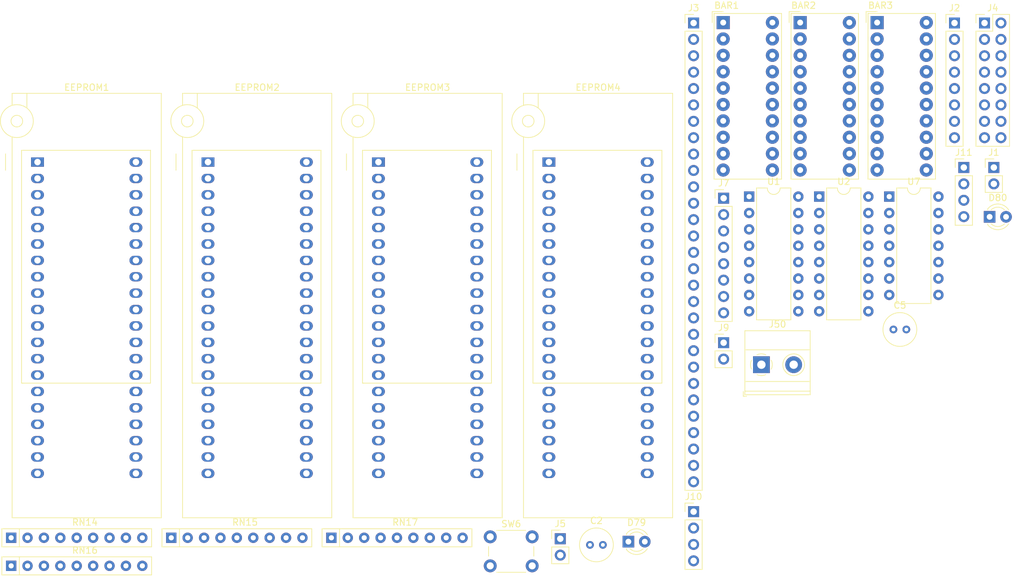
<source format=kicad_pcb>
(kicad_pcb (version 20171130) (host pcbnew "(5.1.9-0-10_14)")

  (general
    (thickness 1.6)
    (drawings 0)
    (tracks 0)
    (zones 0)
    (modules 29)
    (nets 105)
  )

  (page A4)
  (layers
    (0 F.Cu signal)
    (31 B.Cu signal)
    (32 B.Adhes user)
    (33 F.Adhes user)
    (34 B.Paste user)
    (35 F.Paste user)
    (36 B.SilkS user)
    (37 F.SilkS user)
    (38 B.Mask user)
    (39 F.Mask user)
    (40 Dwgs.User user)
    (41 Cmts.User user)
    (42 Eco1.User user)
    (43 Eco2.User user)
    (44 Edge.Cuts user)
    (45 Margin user)
    (46 B.CrtYd user)
    (47 F.CrtYd user)
    (48 B.Fab user)
    (49 F.Fab user)
  )

  (setup
    (last_trace_width 0.25)
    (user_trace_width 0.5)
    (user_trace_width 1)
    (trace_clearance 0.2)
    (zone_clearance 0.508)
    (zone_45_only no)
    (trace_min 0.2)
    (via_size 0.8)
    (via_drill 0.4)
    (via_min_size 0.4)
    (via_min_drill 0.3)
    (uvia_size 0.3)
    (uvia_drill 0.1)
    (uvias_allowed no)
    (uvia_min_size 0.2)
    (uvia_min_drill 0.1)
    (edge_width 0.05)
    (segment_width 0.2)
    (pcb_text_width 0.3)
    (pcb_text_size 1.5 1.5)
    (mod_edge_width 0.12)
    (mod_text_size 1 1)
    (mod_text_width 0.15)
    (pad_size 1.524 1.524)
    (pad_drill 0.762)
    (pad_to_mask_clearance 0)
    (aux_axis_origin 0 0)
    (grid_origin 176.2064 86.0046)
    (visible_elements FFFFFF7F)
    (pcbplotparams
      (layerselection 0x010fc_ffffffff)
      (usegerberextensions false)
      (usegerberattributes true)
      (usegerberadvancedattributes true)
      (creategerberjobfile true)
      (excludeedgelayer true)
      (linewidth 0.100000)
      (plotframeref false)
      (viasonmask false)
      (mode 1)
      (useauxorigin false)
      (hpglpennumber 1)
      (hpglpenspeed 20)
      (hpglpendiameter 15.000000)
      (psnegative false)
      (psa4output false)
      (plotreference true)
      (plotvalue true)
      (plotinvisibletext false)
      (padsonsilk false)
      (subtractmaskfromsilk false)
      (outputformat 1)
      (mirror false)
      (drillshape 0)
      (scaleselection 1)
      (outputdirectory "gerber"))
  )

  (net 0 "")
  (net 1 "Net-(BAR1-Pad20)")
  (net 2 "Net-(BAR1-Pad19)")
  (net 3 "Net-(BAR1-Pad18)")
  (net 4 "Net-(BAR1-Pad17)")
  (net 5 /μ2)
  (net 6 /μ1)
  (net 7 "Net-(BAR1-Pad11)")
  (net 8 "Net-(BAR1-Pad12)")
  (net 9 /μ3)
  (net 10 /μ4)
  (net 11 /μ5)
  (net 12 /μ6)
  (net 13 "Net-(BAR1-Pad16)")
  (net 14 "Net-(BAR1-Pad15)")
  (net 15 "Net-(BAR1-Pad14)")
  (net 16 "Net-(BAR1-Pad13)")
  (net 17 /μ7)
  (net 18 /μ8)
  (net 19 /μ9)
  (net 20 /μ10)
  (net 21 "Net-(BAR2-Pad20)")
  (net 22 "Net-(BAR2-Pad19)")
  (net 23 "Net-(BAR2-Pad18)")
  (net 24 "Net-(BAR2-Pad17)")
  (net 25 /μ12)
  (net 26 /μ11)
  (net 27 "Net-(BAR2-Pad11)")
  (net 28 "Net-(BAR2-Pad12)")
  (net 29 /μ13)
  (net 30 /μ14)
  (net 31 /μ15)
  (net 32 /D16)
  (net 33 "Net-(BAR2-Pad16)")
  (net 34 "Net-(BAR2-Pad15)")
  (net 35 "Net-(BAR2-Pad14)")
  (net 36 "Net-(BAR2-Pad13)")
  (net 37 /μ17)
  (net 38 /μ18)
  (net 39 /μ19)
  (net 40 /μ20)
  (net 41 "Net-(BAR3-Pad20)")
  (net 42 "Net-(BAR3-Pad19)")
  (net 43 "Net-(BAR3-Pad18)")
  (net 44 "Net-(BAR3-Pad17)")
  (net 45 /μ22)
  (net 46 /μ21)
  (net 47 "Net-(BAR3-Pad11)")
  (net 48 "Net-(BAR3-Pad12)")
  (net 49 /μ23)
  (net 50 /μ24)
  (net 51 /μ25)
  (net 52 /μ26)
  (net 53 "Net-(BAR3-Pad16)")
  (net 54 "Net-(BAR3-Pad15)")
  (net 55 "Net-(BAR3-Pad14)")
  (net 56 "Net-(BAR3-Pad13)")
  (net 57 /μ27)
  (net 58 /μ28)
  (net 59 /μ29)
  (net 60 /D30)
  (net 61 GND)
  (net 62 VCC)
  (net 63 /μ31)
  (net 64 "Net-(D79-Pad1)")
  (net 65 /μ32)
  (net 66 "Net-(D80-Pad1)")
  (net 67 /STEP1)
  (net 68 /STEP2)
  (net 69 /INST4)
  (net 70 /STEP3)
  (net 71 /FLAG1)
  (net 72 /INST5)
  (net 73 /FLAG2)
  (net 74 /INST3)
  (net 75 /FLAG3)
  (net 76 /INST2)
  (net 77 FLAG4)
  (net 78 /INST7)
  (net 79 /INST1)
  (net 80 /INST6)
  (net 81 /INST8)
  (net 82 /FLAG_IN)
  (net 83 "Net-(J4-Pad10)")
  (net 84 "Net-(J5-Pad1)")
  (net 85 "Net-(J10-Pad4)")
  (net 86 "Net-(J10-Pad3)")
  (net 87 "Net-(J10-Pad2)")
  (net 88 "Net-(J10-Pad1)")
  (net 89 "Net-(J11-Pad4)")
  (net 90 "Net-(J11-Pad3)")
  (net 91 "Net-(J11-Pad2)")
  (net 92 "Net-(J11-Pad1)")
  (net 93 "Net-(J50-Pad1)")
  (net 94 "Net-(U1-Pad15)")
  (net 95 "Net-(U1-Pad6)")
  (net 96 "Net-(U1-Pad5)")
  (net 97 "Net-(U1-Pad4)")
  (net 98 "Net-(U1-Pad11)")
  (net 99 "Net-(U1-Pad3)")
  (net 100 CLOCK)
  (net 101 STEP_RESET)
  (net 102 CF)
  (net 103 GT)
  (net 104 EQ)

  (net_class Default "This is the default net class."
    (clearance 0.2)
    (trace_width 0.25)
    (via_dia 0.8)
    (via_drill 0.4)
    (uvia_dia 0.3)
    (uvia_drill 0.1)
    (add_net /D16)
    (add_net /D30)
    (add_net /FLAG1)
    (add_net /FLAG2)
    (add_net /FLAG3)
    (add_net /FLAG_IN)
    (add_net /INST1)
    (add_net /INST2)
    (add_net /INST3)
    (add_net /INST4)
    (add_net /INST5)
    (add_net /INST6)
    (add_net /INST7)
    (add_net /INST8)
    (add_net /STEP1)
    (add_net /STEP2)
    (add_net /STEP3)
    (add_net /μ1)
    (add_net /μ10)
    (add_net /μ11)
    (add_net /μ12)
    (add_net /μ13)
    (add_net /μ14)
    (add_net /μ15)
    (add_net /μ17)
    (add_net /μ18)
    (add_net /μ19)
    (add_net /μ2)
    (add_net /μ20)
    (add_net /μ21)
    (add_net /μ22)
    (add_net /μ23)
    (add_net /μ24)
    (add_net /μ25)
    (add_net /μ26)
    (add_net /μ27)
    (add_net /μ28)
    (add_net /μ29)
    (add_net /μ3)
    (add_net /μ31)
    (add_net /μ32)
    (add_net /μ4)
    (add_net /μ5)
    (add_net /μ6)
    (add_net /μ7)
    (add_net /μ8)
    (add_net /μ9)
    (add_net CF)
    (add_net CLOCK)
    (add_net EQ)
    (add_net FLAG4)
    (add_net GND)
    (add_net GT)
    (add_net "Net-(BAR1-Pad11)")
    (add_net "Net-(BAR1-Pad12)")
    (add_net "Net-(BAR1-Pad13)")
    (add_net "Net-(BAR1-Pad14)")
    (add_net "Net-(BAR1-Pad15)")
    (add_net "Net-(BAR1-Pad16)")
    (add_net "Net-(BAR1-Pad17)")
    (add_net "Net-(BAR1-Pad18)")
    (add_net "Net-(BAR1-Pad19)")
    (add_net "Net-(BAR1-Pad20)")
    (add_net "Net-(BAR2-Pad11)")
    (add_net "Net-(BAR2-Pad12)")
    (add_net "Net-(BAR2-Pad13)")
    (add_net "Net-(BAR2-Pad14)")
    (add_net "Net-(BAR2-Pad15)")
    (add_net "Net-(BAR2-Pad16)")
    (add_net "Net-(BAR2-Pad17)")
    (add_net "Net-(BAR2-Pad18)")
    (add_net "Net-(BAR2-Pad19)")
    (add_net "Net-(BAR2-Pad20)")
    (add_net "Net-(BAR3-Pad11)")
    (add_net "Net-(BAR3-Pad12)")
    (add_net "Net-(BAR3-Pad13)")
    (add_net "Net-(BAR3-Pad14)")
    (add_net "Net-(BAR3-Pad15)")
    (add_net "Net-(BAR3-Pad16)")
    (add_net "Net-(BAR3-Pad17)")
    (add_net "Net-(BAR3-Pad18)")
    (add_net "Net-(BAR3-Pad19)")
    (add_net "Net-(BAR3-Pad20)")
    (add_net "Net-(D79-Pad1)")
    (add_net "Net-(D80-Pad1)")
    (add_net "Net-(J10-Pad1)")
    (add_net "Net-(J10-Pad2)")
    (add_net "Net-(J10-Pad3)")
    (add_net "Net-(J10-Pad4)")
    (add_net "Net-(J11-Pad1)")
    (add_net "Net-(J11-Pad2)")
    (add_net "Net-(J11-Pad3)")
    (add_net "Net-(J11-Pad4)")
    (add_net "Net-(J4-Pad10)")
    (add_net "Net-(J5-Pad1)")
    (add_net "Net-(J50-Pad1)")
    (add_net "Net-(U1-Pad11)")
    (add_net "Net-(U1-Pad15)")
    (add_net "Net-(U1-Pad3)")
    (add_net "Net-(U1-Pad4)")
    (add_net "Net-(U1-Pad5)")
    (add_net "Net-(U1-Pad6)")
    (add_net STEP_RESET)
    (add_net VCC)
  )

  (module Package_DIP:DIP-14_W7.62mm (layer F.Cu) (tedit 5A02E8C5) (tstamp 60CBC443)
    (at 202.6834 76.4036)
    (descr "14-lead though-hole mounted DIP package, row spacing 7.62 mm (300 mils)")
    (tags "THT DIP DIL PDIP 2.54mm 7.62mm 300mil")
    (path /60FCBBD9)
    (fp_text reference U7 (at 3.81 -2.33) (layer F.SilkS)
      (effects (font (size 1 1) (thickness 0.15)))
    )
    (fp_text value 74LS04 (at 3.81 17.57) (layer F.Fab)
      (effects (font (size 1 1) (thickness 0.15)))
    )
    (fp_text user %R (at 3.81 7.62) (layer F.Fab)
      (effects (font (size 1 1) (thickness 0.15)))
    )
    (fp_arc (start 3.81 -1.33) (end 2.81 -1.33) (angle -180) (layer F.SilkS) (width 0.12))
    (fp_line (start 1.635 -1.27) (end 6.985 -1.27) (layer F.Fab) (width 0.1))
    (fp_line (start 6.985 -1.27) (end 6.985 16.51) (layer F.Fab) (width 0.1))
    (fp_line (start 6.985 16.51) (end 0.635 16.51) (layer F.Fab) (width 0.1))
    (fp_line (start 0.635 16.51) (end 0.635 -0.27) (layer F.Fab) (width 0.1))
    (fp_line (start 0.635 -0.27) (end 1.635 -1.27) (layer F.Fab) (width 0.1))
    (fp_line (start 2.81 -1.33) (end 1.16 -1.33) (layer F.SilkS) (width 0.12))
    (fp_line (start 1.16 -1.33) (end 1.16 16.57) (layer F.SilkS) (width 0.12))
    (fp_line (start 1.16 16.57) (end 6.46 16.57) (layer F.SilkS) (width 0.12))
    (fp_line (start 6.46 16.57) (end 6.46 -1.33) (layer F.SilkS) (width 0.12))
    (fp_line (start 6.46 -1.33) (end 4.81 -1.33) (layer F.SilkS) (width 0.12))
    (fp_line (start -1.1 -1.55) (end -1.1 16.8) (layer F.CrtYd) (width 0.05))
    (fp_line (start -1.1 16.8) (end 8.7 16.8) (layer F.CrtYd) (width 0.05))
    (fp_line (start 8.7 16.8) (end 8.7 -1.55) (layer F.CrtYd) (width 0.05))
    (fp_line (start 8.7 -1.55) (end -1.1 -1.55) (layer F.CrtYd) (width 0.05))
    (pad 14 thru_hole oval (at 7.62 0) (size 1.6 1.6) (drill 0.8) (layers *.Cu *.Mask)
      (net 62 VCC))
    (pad 7 thru_hole oval (at 0 15.24) (size 1.6 1.6) (drill 0.8) (layers *.Cu *.Mask)
      (net 61 GND))
    (pad 13 thru_hole oval (at 7.62 2.54) (size 1.6 1.6) (drill 0.8) (layers *.Cu *.Mask)
      (net 84 "Net-(J5-Pad1)"))
    (pad 6 thru_hole oval (at 0 12.7) (size 1.6 1.6) (drill 0.8) (layers *.Cu *.Mask)
      (net 91 "Net-(J11-Pad2)"))
    (pad 12 thru_hole oval (at 7.62 5.08) (size 1.6 1.6) (drill 0.8) (layers *.Cu *.Mask)
      (net 100 CLOCK))
    (pad 5 thru_hole oval (at 0 10.16) (size 1.6 1.6) (drill 0.8) (layers *.Cu *.Mask)
      (net 86 "Net-(J10-Pad3)"))
    (pad 11 thru_hole oval (at 7.62 7.62) (size 1.6 1.6) (drill 0.8) (layers *.Cu *.Mask)
      (net 88 "Net-(J10-Pad1)"))
    (pad 4 thru_hole oval (at 0 7.62) (size 1.6 1.6) (drill 0.8) (layers *.Cu *.Mask)
      (net 92 "Net-(J11-Pad1)"))
    (pad 10 thru_hole oval (at 7.62 10.16) (size 1.6 1.6) (drill 0.8) (layers *.Cu *.Mask)
      (net 89 "Net-(J11-Pad4)"))
    (pad 3 thru_hole oval (at 0 5.08) (size 1.6 1.6) (drill 0.8) (layers *.Cu *.Mask)
      (net 85 "Net-(J10-Pad4)"))
    (pad 9 thru_hole oval (at 7.62 12.7) (size 1.6 1.6) (drill 0.8) (layers *.Cu *.Mask)
      (net 87 "Net-(J10-Pad2)"))
    (pad 2 thru_hole oval (at 0 2.54) (size 1.6 1.6) (drill 0.8) (layers *.Cu *.Mask)
      (net 83 "Net-(J4-Pad10)"))
    (pad 8 thru_hole oval (at 7.62 15.24) (size 1.6 1.6) (drill 0.8) (layers *.Cu *.Mask)
      (net 90 "Net-(J11-Pad3)"))
    (pad 1 thru_hole rect (at 0 0) (size 1.6 1.6) (drill 0.8) (layers *.Cu *.Mask)
      (net 65 /μ32))
    (model ${KISYS3DMOD}/Package_DIP.3dshapes/DIP-14_W7.62mm.wrl
      (at (xyz 0 0 0))
      (scale (xyz 1 1 1))
      (rotate (xyz 0 0 0))
    )
  )

  (module Package_DIP:DIP-16_W7.62mm (layer F.Cu) (tedit 5A02E8C5) (tstamp 60CBC421)
    (at 191.8334 76.4036)
    (descr "16-lead though-hole mounted DIP package, row spacing 7.62 mm (300 mils)")
    (tags "THT DIP DIL PDIP 2.54mm 7.62mm 300mil")
    (path /610559A0)
    (fp_text reference U2 (at 3.81 -2.33) (layer F.SilkS)
      (effects (font (size 1 1) (thickness 0.15)))
    )
    (fp_text value 74LS173 (at 3.81 20.11) (layer F.Fab)
      (effects (font (size 1 1) (thickness 0.15)))
    )
    (fp_text user %R (at 3.81 8.89) (layer F.Fab)
      (effects (font (size 1 1) (thickness 0.15)))
    )
    (fp_arc (start 3.81 -1.33) (end 2.81 -1.33) (angle -180) (layer F.SilkS) (width 0.12))
    (fp_line (start 1.635 -1.27) (end 6.985 -1.27) (layer F.Fab) (width 0.1))
    (fp_line (start 6.985 -1.27) (end 6.985 19.05) (layer F.Fab) (width 0.1))
    (fp_line (start 6.985 19.05) (end 0.635 19.05) (layer F.Fab) (width 0.1))
    (fp_line (start 0.635 19.05) (end 0.635 -0.27) (layer F.Fab) (width 0.1))
    (fp_line (start 0.635 -0.27) (end 1.635 -1.27) (layer F.Fab) (width 0.1))
    (fp_line (start 2.81 -1.33) (end 1.16 -1.33) (layer F.SilkS) (width 0.12))
    (fp_line (start 1.16 -1.33) (end 1.16 19.11) (layer F.SilkS) (width 0.12))
    (fp_line (start 1.16 19.11) (end 6.46 19.11) (layer F.SilkS) (width 0.12))
    (fp_line (start 6.46 19.11) (end 6.46 -1.33) (layer F.SilkS) (width 0.12))
    (fp_line (start 6.46 -1.33) (end 4.81 -1.33) (layer F.SilkS) (width 0.12))
    (fp_line (start -1.1 -1.55) (end -1.1 19.3) (layer F.CrtYd) (width 0.05))
    (fp_line (start -1.1 19.3) (end 8.7 19.3) (layer F.CrtYd) (width 0.05))
    (fp_line (start 8.7 19.3) (end 8.7 -1.55) (layer F.CrtYd) (width 0.05))
    (fp_line (start 8.7 -1.55) (end -1.1 -1.55) (layer F.CrtYd) (width 0.05))
    (pad 16 thru_hole oval (at 7.62 0) (size 1.6 1.6) (drill 0.8) (layers *.Cu *.Mask)
      (net 62 VCC))
    (pad 8 thru_hole oval (at 0 17.78) (size 1.6 1.6) (drill 0.8) (layers *.Cu *.Mask)
      (net 61 GND))
    (pad 15 thru_hole oval (at 7.62 2.54) (size 1.6 1.6) (drill 0.8) (layers *.Cu *.Mask)
      (net 65 /μ32))
    (pad 7 thru_hole oval (at 0 15.24) (size 1.6 1.6) (drill 0.8) (layers *.Cu *.Mask)
      (net 100 CLOCK))
    (pad 14 thru_hole oval (at 7.62 5.08) (size 1.6 1.6) (drill 0.8) (layers *.Cu *.Mask)
      (net 102 CF))
    (pad 6 thru_hole oval (at 0 12.7) (size 1.6 1.6) (drill 0.8) (layers *.Cu *.Mask)
      (net 77 FLAG4))
    (pad 13 thru_hole oval (at 7.62 7.62) (size 1.6 1.6) (drill 0.8) (layers *.Cu *.Mask)
      (net 103 GT))
    (pad 5 thru_hole oval (at 0 10.16) (size 1.6 1.6) (drill 0.8) (layers *.Cu *.Mask)
      (net 75 /FLAG3))
    (pad 12 thru_hole oval (at 7.62 10.16) (size 1.6 1.6) (drill 0.8) (layers *.Cu *.Mask)
      (net 104 EQ))
    (pad 4 thru_hole oval (at 0 7.62) (size 1.6 1.6) (drill 0.8) (layers *.Cu *.Mask)
      (net 73 /FLAG2))
    (pad 11 thru_hole oval (at 7.62 12.7) (size 1.6 1.6) (drill 0.8) (layers *.Cu *.Mask)
      (net 77 FLAG4))
    (pad 3 thru_hole oval (at 0 5.08) (size 1.6 1.6) (drill 0.8) (layers *.Cu *.Mask)
      (net 71 /FLAG1))
    (pad 10 thru_hole oval (at 7.62 15.24) (size 1.6 1.6) (drill 0.8) (layers *.Cu *.Mask)
      (net 82 /FLAG_IN))
    (pad 2 thru_hole oval (at 0 2.54) (size 1.6 1.6) (drill 0.8) (layers *.Cu *.Mask)
      (net 61 GND))
    (pad 9 thru_hole oval (at 7.62 17.78) (size 1.6 1.6) (drill 0.8) (layers *.Cu *.Mask)
      (net 82 /FLAG_IN))
    (pad 1 thru_hole rect (at 0 0) (size 1.6 1.6) (drill 0.8) (layers *.Cu *.Mask)
      (net 61 GND))
    (model ${KISYS3DMOD}/Package_DIP.3dshapes/DIP-16_W7.62mm.wrl
      (at (xyz 0 0 0))
      (scale (xyz 1 1 1))
      (rotate (xyz 0 0 0))
    )
  )

  (module Package_DIP:DIP-16_W7.62mm (layer F.Cu) (tedit 5A02E8C5) (tstamp 60CBC3FD)
    (at 180.9834 76.4036)
    (descr "16-lead though-hole mounted DIP package, row spacing 7.62 mm (300 mils)")
    (tags "THT DIP DIL PDIP 2.54mm 7.62mm 300mil")
    (path /60C8B4AB)
    (fp_text reference U1 (at 3.81 -2.33) (layer F.SilkS)
      (effects (font (size 1 1) (thickness 0.15)))
    )
    (fp_text value 74LS161 (at 3.81 20.11) (layer F.Fab)
      (effects (font (size 1 1) (thickness 0.15)))
    )
    (fp_text user %R (at 3.81 8.89) (layer F.Fab)
      (effects (font (size 1 1) (thickness 0.15)))
    )
    (fp_arc (start 3.81 -1.33) (end 2.81 -1.33) (angle -180) (layer F.SilkS) (width 0.12))
    (fp_line (start 1.635 -1.27) (end 6.985 -1.27) (layer F.Fab) (width 0.1))
    (fp_line (start 6.985 -1.27) (end 6.985 19.05) (layer F.Fab) (width 0.1))
    (fp_line (start 6.985 19.05) (end 0.635 19.05) (layer F.Fab) (width 0.1))
    (fp_line (start 0.635 19.05) (end 0.635 -0.27) (layer F.Fab) (width 0.1))
    (fp_line (start 0.635 -0.27) (end 1.635 -1.27) (layer F.Fab) (width 0.1))
    (fp_line (start 2.81 -1.33) (end 1.16 -1.33) (layer F.SilkS) (width 0.12))
    (fp_line (start 1.16 -1.33) (end 1.16 19.11) (layer F.SilkS) (width 0.12))
    (fp_line (start 1.16 19.11) (end 6.46 19.11) (layer F.SilkS) (width 0.12))
    (fp_line (start 6.46 19.11) (end 6.46 -1.33) (layer F.SilkS) (width 0.12))
    (fp_line (start 6.46 -1.33) (end 4.81 -1.33) (layer F.SilkS) (width 0.12))
    (fp_line (start -1.1 -1.55) (end -1.1 19.3) (layer F.CrtYd) (width 0.05))
    (fp_line (start -1.1 19.3) (end 8.7 19.3) (layer F.CrtYd) (width 0.05))
    (fp_line (start 8.7 19.3) (end 8.7 -1.55) (layer F.CrtYd) (width 0.05))
    (fp_line (start 8.7 -1.55) (end -1.1 -1.55) (layer F.CrtYd) (width 0.05))
    (pad 16 thru_hole oval (at 7.62 0) (size 1.6 1.6) (drill 0.8) (layers *.Cu *.Mask)
      (net 62 VCC))
    (pad 8 thru_hole oval (at 0 17.78) (size 1.6 1.6) (drill 0.8) (layers *.Cu *.Mask)
      (net 61 GND))
    (pad 15 thru_hole oval (at 7.62 2.54) (size 1.6 1.6) (drill 0.8) (layers *.Cu *.Mask)
      (net 94 "Net-(U1-Pad15)"))
    (pad 7 thru_hole oval (at 0 15.24) (size 1.6 1.6) (drill 0.8) (layers *.Cu *.Mask)
      (net 61 GND))
    (pad 14 thru_hole oval (at 7.62 5.08) (size 1.6 1.6) (drill 0.8) (layers *.Cu *.Mask)
      (net 67 /STEP1))
    (pad 6 thru_hole oval (at 0 12.7) (size 1.6 1.6) (drill 0.8) (layers *.Cu *.Mask)
      (net 95 "Net-(U1-Pad6)"))
    (pad 13 thru_hole oval (at 7.62 7.62) (size 1.6 1.6) (drill 0.8) (layers *.Cu *.Mask)
      (net 68 /STEP2))
    (pad 5 thru_hole oval (at 0 10.16) (size 1.6 1.6) (drill 0.8) (layers *.Cu *.Mask)
      (net 96 "Net-(U1-Pad5)"))
    (pad 12 thru_hole oval (at 7.62 10.16) (size 1.6 1.6) (drill 0.8) (layers *.Cu *.Mask)
      (net 70 /STEP3))
    (pad 4 thru_hole oval (at 0 7.62) (size 1.6 1.6) (drill 0.8) (layers *.Cu *.Mask)
      (net 97 "Net-(U1-Pad4)"))
    (pad 11 thru_hole oval (at 7.62 12.7) (size 1.6 1.6) (drill 0.8) (layers *.Cu *.Mask)
      (net 98 "Net-(U1-Pad11)"))
    (pad 3 thru_hole oval (at 0 5.08) (size 1.6 1.6) (drill 0.8) (layers *.Cu *.Mask)
      (net 99 "Net-(U1-Pad3)"))
    (pad 10 thru_hole oval (at 7.62 15.24) (size 1.6 1.6) (drill 0.8) (layers *.Cu *.Mask)
      (net 61 GND))
    (pad 2 thru_hole oval (at 0 2.54) (size 1.6 1.6) (drill 0.8) (layers *.Cu *.Mask)
      (net 100 CLOCK))
    (pad 9 thru_hole oval (at 7.62 17.78) (size 1.6 1.6) (drill 0.8) (layers *.Cu *.Mask)
      (net 62 VCC))
    (pad 1 thru_hole rect (at 0 0) (size 1.6 1.6) (drill 0.8) (layers *.Cu *.Mask)
      (net 101 STEP_RESET))
    (model ${KISYS3DMOD}/Package_DIP.3dshapes/DIP-16_W7.62mm.wrl
      (at (xyz 0 0 0))
      (scale (xyz 1 1 1))
      (rotate (xyz 0 0 0))
    )
  )

  (module Button_Switch_THT:SW_PUSH_6mm (layer F.Cu) (tedit 5A02FE31) (tstamp 60CBC3D9)
    (at 140.8834 129.1436)
    (descr https://www.omron.com/ecb/products/pdf/en-b3f.pdf)
    (tags "tact sw push 6mm")
    (path /60FAB3FB)
    (fp_text reference SW6 (at 3.25 -2) (layer F.SilkS)
      (effects (font (size 1 1) (thickness 0.15)))
    )
    (fp_text value SW_Push (at 3.75 6.7) (layer F.Fab)
      (effects (font (size 1 1) (thickness 0.15)))
    )
    (fp_text user %R (at 3.25 2.25) (layer F.Fab)
      (effects (font (size 1 1) (thickness 0.15)))
    )
    (fp_line (start 3.25 -0.75) (end 6.25 -0.75) (layer F.Fab) (width 0.1))
    (fp_line (start 6.25 -0.75) (end 6.25 5.25) (layer F.Fab) (width 0.1))
    (fp_line (start 6.25 5.25) (end 0.25 5.25) (layer F.Fab) (width 0.1))
    (fp_line (start 0.25 5.25) (end 0.25 -0.75) (layer F.Fab) (width 0.1))
    (fp_line (start 0.25 -0.75) (end 3.25 -0.75) (layer F.Fab) (width 0.1))
    (fp_line (start 7.75 6) (end 8 6) (layer F.CrtYd) (width 0.05))
    (fp_line (start 8 6) (end 8 5.75) (layer F.CrtYd) (width 0.05))
    (fp_line (start 7.75 -1.5) (end 8 -1.5) (layer F.CrtYd) (width 0.05))
    (fp_line (start 8 -1.5) (end 8 -1.25) (layer F.CrtYd) (width 0.05))
    (fp_line (start -1.5 -1.25) (end -1.5 -1.5) (layer F.CrtYd) (width 0.05))
    (fp_line (start -1.5 -1.5) (end -1.25 -1.5) (layer F.CrtYd) (width 0.05))
    (fp_line (start -1.5 5.75) (end -1.5 6) (layer F.CrtYd) (width 0.05))
    (fp_line (start -1.5 6) (end -1.25 6) (layer F.CrtYd) (width 0.05))
    (fp_line (start -1.25 -1.5) (end 7.75 -1.5) (layer F.CrtYd) (width 0.05))
    (fp_line (start -1.5 5.75) (end -1.5 -1.25) (layer F.CrtYd) (width 0.05))
    (fp_line (start 7.75 6) (end -1.25 6) (layer F.CrtYd) (width 0.05))
    (fp_line (start 8 -1.25) (end 8 5.75) (layer F.CrtYd) (width 0.05))
    (fp_line (start 1 5.5) (end 5.5 5.5) (layer F.SilkS) (width 0.12))
    (fp_line (start -0.25 1.5) (end -0.25 3) (layer F.SilkS) (width 0.12))
    (fp_line (start 5.5 -1) (end 1 -1) (layer F.SilkS) (width 0.12))
    (fp_line (start 6.75 3) (end 6.75 1.5) (layer F.SilkS) (width 0.12))
    (fp_circle (center 3.25 2.25) (end 1.25 2.5) (layer F.Fab) (width 0.1))
    (pad 1 thru_hole circle (at 6.5 0 90) (size 2 2) (drill 1.1) (layers *.Cu *.Mask)
      (net 65 /μ32))
    (pad 2 thru_hole circle (at 6.5 4.5 90) (size 2 2) (drill 1.1) (layers *.Cu *.Mask)
      (net 62 VCC))
    (pad 1 thru_hole circle (at 0 0 90) (size 2 2) (drill 1.1) (layers *.Cu *.Mask)
      (net 65 /μ32))
    (pad 2 thru_hole circle (at 0 4.5 90) (size 2 2) (drill 1.1) (layers *.Cu *.Mask)
      (net 62 VCC))
    (model ${KISYS3DMOD}/Button_Switch_THT.3dshapes/SW_PUSH_6mm.wrl
      (at (xyz 0 0 0))
      (scale (xyz 1 1 1))
      (rotate (xyz 0 0 0))
    )
  )

  (module Resistor_THT:R_Array_SIP9 (layer F.Cu) (tedit 5A14249F) (tstamp 60CBC3BA)
    (at 116.2834 129.2936)
    (descr "9-pin Resistor SIP pack")
    (tags R)
    (path /60D30917)
    (fp_text reference RN17 (at 11.43 -2.4) (layer F.SilkS)
      (effects (font (size 1 1) (thickness 0.15)))
    )
    (fp_text value R_Network08_US (at 11.43 2.4) (layer F.Fab)
      (effects (font (size 1 1) (thickness 0.15)))
    )
    (fp_text user %R (at 10.16 0) (layer F.Fab)
      (effects (font (size 1 1) (thickness 0.15)))
    )
    (fp_line (start -1.29 -1.25) (end -1.29 1.25) (layer F.Fab) (width 0.1))
    (fp_line (start -1.29 1.25) (end 21.61 1.25) (layer F.Fab) (width 0.1))
    (fp_line (start 21.61 1.25) (end 21.61 -1.25) (layer F.Fab) (width 0.1))
    (fp_line (start 21.61 -1.25) (end -1.29 -1.25) (layer F.Fab) (width 0.1))
    (fp_line (start 1.27 -1.25) (end 1.27 1.25) (layer F.Fab) (width 0.1))
    (fp_line (start -1.44 -1.4) (end -1.44 1.4) (layer F.SilkS) (width 0.12))
    (fp_line (start -1.44 1.4) (end 21.76 1.4) (layer F.SilkS) (width 0.12))
    (fp_line (start 21.76 1.4) (end 21.76 -1.4) (layer F.SilkS) (width 0.12))
    (fp_line (start 21.76 -1.4) (end -1.44 -1.4) (layer F.SilkS) (width 0.12))
    (fp_line (start 1.27 -1.4) (end 1.27 1.4) (layer F.SilkS) (width 0.12))
    (fp_line (start -1.7 -1.65) (end -1.7 1.65) (layer F.CrtYd) (width 0.05))
    (fp_line (start -1.7 1.65) (end 22.05 1.65) (layer F.CrtYd) (width 0.05))
    (fp_line (start 22.05 1.65) (end 22.05 -1.65) (layer F.CrtYd) (width 0.05))
    (fp_line (start 22.05 -1.65) (end -1.7 -1.65) (layer F.CrtYd) (width 0.05))
    (pad 9 thru_hole oval (at 20.32 0) (size 1.6 1.6) (drill 0.8) (layers *.Cu *.Mask)
      (net 54 "Net-(BAR3-Pad15)"))
    (pad 8 thru_hole oval (at 17.78 0) (size 1.6 1.6) (drill 0.8) (layers *.Cu *.Mask)
      (net 53 "Net-(BAR3-Pad16)"))
    (pad 7 thru_hole oval (at 15.24 0) (size 1.6 1.6) (drill 0.8) (layers *.Cu *.Mask)
      (net 44 "Net-(BAR3-Pad17)"))
    (pad 6 thru_hole oval (at 12.7 0) (size 1.6 1.6) (drill 0.8) (layers *.Cu *.Mask)
      (net 43 "Net-(BAR3-Pad18)"))
    (pad 5 thru_hole oval (at 10.16 0) (size 1.6 1.6) (drill 0.8) (layers *.Cu *.Mask)
      (net 42 "Net-(BAR3-Pad19)"))
    (pad 4 thru_hole oval (at 7.62 0) (size 1.6 1.6) (drill 0.8) (layers *.Cu *.Mask)
      (net 41 "Net-(BAR3-Pad20)"))
    (pad 3 thru_hole oval (at 5.08 0) (size 1.6 1.6) (drill 0.8) (layers *.Cu *.Mask)
      (net 64 "Net-(D79-Pad1)"))
    (pad 2 thru_hole oval (at 2.54 0) (size 1.6 1.6) (drill 0.8) (layers *.Cu *.Mask)
      (net 66 "Net-(D80-Pad1)"))
    (pad 1 thru_hole rect (at 0 0) (size 1.6 1.6) (drill 0.8) (layers *.Cu *.Mask)
      (net 61 GND))
    (model ${KISYS3DMOD}/Resistor_THT.3dshapes/R_Array_SIP9.wrl
      (at (xyz 0 0 0))
      (scale (xyz 1 1 1))
      (rotate (xyz 0 0 0))
    )
  )

  (module Resistor_THT:R_Array_SIP9 (layer F.Cu) (tedit 5A14249F) (tstamp 60CBC39E)
    (at 66.6834 133.6436)
    (descr "9-pin Resistor SIP pack")
    (tags R)
    (path /60D1669B)
    (fp_text reference RN16 (at 11.43 -2.4) (layer F.SilkS)
      (effects (font (size 1 1) (thickness 0.15)))
    )
    (fp_text value R_Network08_US (at 11.43 2.4) (layer F.Fab)
      (effects (font (size 1 1) (thickness 0.15)))
    )
    (fp_text user %R (at 10.16 0) (layer F.Fab)
      (effects (font (size 1 1) (thickness 0.15)))
    )
    (fp_line (start -1.29 -1.25) (end -1.29 1.25) (layer F.Fab) (width 0.1))
    (fp_line (start -1.29 1.25) (end 21.61 1.25) (layer F.Fab) (width 0.1))
    (fp_line (start 21.61 1.25) (end 21.61 -1.25) (layer F.Fab) (width 0.1))
    (fp_line (start 21.61 -1.25) (end -1.29 -1.25) (layer F.Fab) (width 0.1))
    (fp_line (start 1.27 -1.25) (end 1.27 1.25) (layer F.Fab) (width 0.1))
    (fp_line (start -1.44 -1.4) (end -1.44 1.4) (layer F.SilkS) (width 0.12))
    (fp_line (start -1.44 1.4) (end 21.76 1.4) (layer F.SilkS) (width 0.12))
    (fp_line (start 21.76 1.4) (end 21.76 -1.4) (layer F.SilkS) (width 0.12))
    (fp_line (start 21.76 -1.4) (end -1.44 -1.4) (layer F.SilkS) (width 0.12))
    (fp_line (start 1.27 -1.4) (end 1.27 1.4) (layer F.SilkS) (width 0.12))
    (fp_line (start -1.7 -1.65) (end -1.7 1.65) (layer F.CrtYd) (width 0.05))
    (fp_line (start -1.7 1.65) (end 22.05 1.65) (layer F.CrtYd) (width 0.05))
    (fp_line (start 22.05 1.65) (end 22.05 -1.65) (layer F.CrtYd) (width 0.05))
    (fp_line (start 22.05 -1.65) (end -1.7 -1.65) (layer F.CrtYd) (width 0.05))
    (pad 9 thru_hole oval (at 20.32 0) (size 1.6 1.6) (drill 0.8) (layers *.Cu *.Mask)
      (net 24 "Net-(BAR2-Pad17)"))
    (pad 8 thru_hole oval (at 17.78 0) (size 1.6 1.6) (drill 0.8) (layers *.Cu *.Mask)
      (net 23 "Net-(BAR2-Pad18)"))
    (pad 7 thru_hole oval (at 15.24 0) (size 1.6 1.6) (drill 0.8) (layers *.Cu *.Mask)
      (net 22 "Net-(BAR2-Pad19)"))
    (pad 6 thru_hole oval (at 12.7 0) (size 1.6 1.6) (drill 0.8) (layers *.Cu *.Mask)
      (net 21 "Net-(BAR2-Pad20)"))
    (pad 5 thru_hole oval (at 10.16 0) (size 1.6 1.6) (drill 0.8) (layers *.Cu *.Mask)
      (net 47 "Net-(BAR3-Pad11)"))
    (pad 4 thru_hole oval (at 7.62 0) (size 1.6 1.6) (drill 0.8) (layers *.Cu *.Mask)
      (net 48 "Net-(BAR3-Pad12)"))
    (pad 3 thru_hole oval (at 5.08 0) (size 1.6 1.6) (drill 0.8) (layers *.Cu *.Mask)
      (net 56 "Net-(BAR3-Pad13)"))
    (pad 2 thru_hole oval (at 2.54 0) (size 1.6 1.6) (drill 0.8) (layers *.Cu *.Mask)
      (net 55 "Net-(BAR3-Pad14)"))
    (pad 1 thru_hole rect (at 0 0) (size 1.6 1.6) (drill 0.8) (layers *.Cu *.Mask)
      (net 61 GND))
    (model ${KISYS3DMOD}/Resistor_THT.3dshapes/R_Array_SIP9.wrl
      (at (xyz 0 0 0))
      (scale (xyz 1 1 1))
      (rotate (xyz 0 0 0))
    )
  )

  (module Resistor_THT:R_Array_SIP9 (layer F.Cu) (tedit 5A14249F) (tstamp 60CBC382)
    (at 91.4834 129.2936)
    (descr "9-pin Resistor SIP pack")
    (tags R)
    (path /60D155AD)
    (fp_text reference RN15 (at 11.43 -2.4) (layer F.SilkS)
      (effects (font (size 1 1) (thickness 0.15)))
    )
    (fp_text value R_Network08_US (at 11.43 2.4) (layer F.Fab)
      (effects (font (size 1 1) (thickness 0.15)))
    )
    (fp_text user %R (at 10.16 0) (layer F.Fab)
      (effects (font (size 1 1) (thickness 0.15)))
    )
    (fp_line (start -1.29 -1.25) (end -1.29 1.25) (layer F.Fab) (width 0.1))
    (fp_line (start -1.29 1.25) (end 21.61 1.25) (layer F.Fab) (width 0.1))
    (fp_line (start 21.61 1.25) (end 21.61 -1.25) (layer F.Fab) (width 0.1))
    (fp_line (start 21.61 -1.25) (end -1.29 -1.25) (layer F.Fab) (width 0.1))
    (fp_line (start 1.27 -1.25) (end 1.27 1.25) (layer F.Fab) (width 0.1))
    (fp_line (start -1.44 -1.4) (end -1.44 1.4) (layer F.SilkS) (width 0.12))
    (fp_line (start -1.44 1.4) (end 21.76 1.4) (layer F.SilkS) (width 0.12))
    (fp_line (start 21.76 1.4) (end 21.76 -1.4) (layer F.SilkS) (width 0.12))
    (fp_line (start 21.76 -1.4) (end -1.44 -1.4) (layer F.SilkS) (width 0.12))
    (fp_line (start 1.27 -1.4) (end 1.27 1.4) (layer F.SilkS) (width 0.12))
    (fp_line (start -1.7 -1.65) (end -1.7 1.65) (layer F.CrtYd) (width 0.05))
    (fp_line (start -1.7 1.65) (end 22.05 1.65) (layer F.CrtYd) (width 0.05))
    (fp_line (start 22.05 1.65) (end 22.05 -1.65) (layer F.CrtYd) (width 0.05))
    (fp_line (start 22.05 -1.65) (end -1.7 -1.65) (layer F.CrtYd) (width 0.05))
    (pad 9 thru_hole oval (at 20.32 0) (size 1.6 1.6) (drill 0.8) (layers *.Cu *.Mask)
      (net 2 "Net-(BAR1-Pad19)"))
    (pad 8 thru_hole oval (at 17.78 0) (size 1.6 1.6) (drill 0.8) (layers *.Cu *.Mask)
      (net 1 "Net-(BAR1-Pad20)"))
    (pad 7 thru_hole oval (at 15.24 0) (size 1.6 1.6) (drill 0.8) (layers *.Cu *.Mask)
      (net 27 "Net-(BAR2-Pad11)"))
    (pad 6 thru_hole oval (at 12.7 0) (size 1.6 1.6) (drill 0.8) (layers *.Cu *.Mask)
      (net 28 "Net-(BAR2-Pad12)"))
    (pad 5 thru_hole oval (at 10.16 0) (size 1.6 1.6) (drill 0.8) (layers *.Cu *.Mask)
      (net 36 "Net-(BAR2-Pad13)"))
    (pad 4 thru_hole oval (at 7.62 0) (size 1.6 1.6) (drill 0.8) (layers *.Cu *.Mask)
      (net 35 "Net-(BAR2-Pad14)"))
    (pad 3 thru_hole oval (at 5.08 0) (size 1.6 1.6) (drill 0.8) (layers *.Cu *.Mask)
      (net 34 "Net-(BAR2-Pad15)"))
    (pad 2 thru_hole oval (at 2.54 0) (size 1.6 1.6) (drill 0.8) (layers *.Cu *.Mask)
      (net 33 "Net-(BAR2-Pad16)"))
    (pad 1 thru_hole rect (at 0 0) (size 1.6 1.6) (drill 0.8) (layers *.Cu *.Mask)
      (net 61 GND))
    (model ${KISYS3DMOD}/Resistor_THT.3dshapes/R_Array_SIP9.wrl
      (at (xyz 0 0 0))
      (scale (xyz 1 1 1))
      (rotate (xyz 0 0 0))
    )
  )

  (module Resistor_THT:R_Array_SIP9 (layer F.Cu) (tedit 5A14249F) (tstamp 60CBC366)
    (at 66.6834 129.2936)
    (descr "9-pin Resistor SIP pack")
    (tags R)
    (path /60D1302C)
    (fp_text reference RN14 (at 11.43 -2.4) (layer F.SilkS)
      (effects (font (size 1 1) (thickness 0.15)))
    )
    (fp_text value R_Network08_US (at 11.43 2.4) (layer F.Fab)
      (effects (font (size 1 1) (thickness 0.15)))
    )
    (fp_text user %R (at 10.16 0) (layer F.Fab)
      (effects (font (size 1 1) (thickness 0.15)))
    )
    (fp_line (start -1.29 -1.25) (end -1.29 1.25) (layer F.Fab) (width 0.1))
    (fp_line (start -1.29 1.25) (end 21.61 1.25) (layer F.Fab) (width 0.1))
    (fp_line (start 21.61 1.25) (end 21.61 -1.25) (layer F.Fab) (width 0.1))
    (fp_line (start 21.61 -1.25) (end -1.29 -1.25) (layer F.Fab) (width 0.1))
    (fp_line (start 1.27 -1.25) (end 1.27 1.25) (layer F.Fab) (width 0.1))
    (fp_line (start -1.44 -1.4) (end -1.44 1.4) (layer F.SilkS) (width 0.12))
    (fp_line (start -1.44 1.4) (end 21.76 1.4) (layer F.SilkS) (width 0.12))
    (fp_line (start 21.76 1.4) (end 21.76 -1.4) (layer F.SilkS) (width 0.12))
    (fp_line (start 21.76 -1.4) (end -1.44 -1.4) (layer F.SilkS) (width 0.12))
    (fp_line (start 1.27 -1.4) (end 1.27 1.4) (layer F.SilkS) (width 0.12))
    (fp_line (start -1.7 -1.65) (end -1.7 1.65) (layer F.CrtYd) (width 0.05))
    (fp_line (start -1.7 1.65) (end 22.05 1.65) (layer F.CrtYd) (width 0.05))
    (fp_line (start 22.05 1.65) (end 22.05 -1.65) (layer F.CrtYd) (width 0.05))
    (fp_line (start 22.05 -1.65) (end -1.7 -1.65) (layer F.CrtYd) (width 0.05))
    (pad 9 thru_hole oval (at 20.32 0) (size 1.6 1.6) (drill 0.8) (layers *.Cu *.Mask)
      (net 7 "Net-(BAR1-Pad11)"))
    (pad 8 thru_hole oval (at 17.78 0) (size 1.6 1.6) (drill 0.8) (layers *.Cu *.Mask)
      (net 8 "Net-(BAR1-Pad12)"))
    (pad 7 thru_hole oval (at 15.24 0) (size 1.6 1.6) (drill 0.8) (layers *.Cu *.Mask)
      (net 16 "Net-(BAR1-Pad13)"))
    (pad 6 thru_hole oval (at 12.7 0) (size 1.6 1.6) (drill 0.8) (layers *.Cu *.Mask)
      (net 15 "Net-(BAR1-Pad14)"))
    (pad 5 thru_hole oval (at 10.16 0) (size 1.6 1.6) (drill 0.8) (layers *.Cu *.Mask)
      (net 14 "Net-(BAR1-Pad15)"))
    (pad 4 thru_hole oval (at 7.62 0) (size 1.6 1.6) (drill 0.8) (layers *.Cu *.Mask)
      (net 13 "Net-(BAR1-Pad16)"))
    (pad 3 thru_hole oval (at 5.08 0) (size 1.6 1.6) (drill 0.8) (layers *.Cu *.Mask)
      (net 4 "Net-(BAR1-Pad17)"))
    (pad 2 thru_hole oval (at 2.54 0) (size 1.6 1.6) (drill 0.8) (layers *.Cu *.Mask)
      (net 3 "Net-(BAR1-Pad18)"))
    (pad 1 thru_hole rect (at 0 0) (size 1.6 1.6) (drill 0.8) (layers *.Cu *.Mask)
      (net 61 GND))
    (model ${KISYS3DMOD}/Resistor_THT.3dshapes/R_Array_SIP9.wrl
      (at (xyz 0 0 0))
      (scale (xyz 1 1 1))
      (rotate (xyz 0 0 0))
    )
  )

  (module TerminalBlock_Phoenix:TerminalBlock_Phoenix_MKDS-1,5-2_1x02_P5.00mm_Horizontal (layer F.Cu) (tedit 5B294EE5) (tstamp 60CBC34A)
    (at 182.8834 102.4636)
    (descr "Terminal Block Phoenix MKDS-1,5-2, 2 pins, pitch 5mm, size 10x9.8mm^2, drill diamater 1.3mm, pad diameter 2.6mm, see http://www.farnell.com/datasheets/100425.pdf, script-generated using https://github.com/pointhi/kicad-footprint-generator/scripts/TerminalBlock_Phoenix")
    (tags "THT Terminal Block Phoenix MKDS-1,5-2 pitch 5mm size 10x9.8mm^2 drill 1.3mm pad 2.6mm")
    (path /60DA4C11)
    (fp_text reference J50 (at 2.5 -6.26) (layer F.SilkS)
      (effects (font (size 1 1) (thickness 0.15)))
    )
    (fp_text value Screw_Terminal_01x02 (at 2.5 5.66) (layer F.Fab)
      (effects (font (size 1 1) (thickness 0.15)))
    )
    (fp_text user %R (at 2.5 3.2) (layer F.Fab)
      (effects (font (size 1 1) (thickness 0.15)))
    )
    (fp_arc (start 0 0) (end -0.684 1.535) (angle -25) (layer F.SilkS) (width 0.12))
    (fp_arc (start 0 0) (end -1.535 -0.684) (angle -48) (layer F.SilkS) (width 0.12))
    (fp_arc (start 0 0) (end 0.684 -1.535) (angle -48) (layer F.SilkS) (width 0.12))
    (fp_arc (start 0 0) (end 1.535 0.684) (angle -48) (layer F.SilkS) (width 0.12))
    (fp_arc (start 0 0) (end 0 1.68) (angle -24) (layer F.SilkS) (width 0.12))
    (fp_circle (center 0 0) (end 1.5 0) (layer F.Fab) (width 0.1))
    (fp_circle (center 5 0) (end 6.5 0) (layer F.Fab) (width 0.1))
    (fp_circle (center 5 0) (end 6.68 0) (layer F.SilkS) (width 0.12))
    (fp_line (start -2.5 -5.2) (end 7.5 -5.2) (layer F.Fab) (width 0.1))
    (fp_line (start 7.5 -5.2) (end 7.5 4.6) (layer F.Fab) (width 0.1))
    (fp_line (start 7.5 4.6) (end -2 4.6) (layer F.Fab) (width 0.1))
    (fp_line (start -2 4.6) (end -2.5 4.1) (layer F.Fab) (width 0.1))
    (fp_line (start -2.5 4.1) (end -2.5 -5.2) (layer F.Fab) (width 0.1))
    (fp_line (start -2.5 4.1) (end 7.5 4.1) (layer F.Fab) (width 0.1))
    (fp_line (start -2.56 4.1) (end 7.56 4.1) (layer F.SilkS) (width 0.12))
    (fp_line (start -2.5 2.6) (end 7.5 2.6) (layer F.Fab) (width 0.1))
    (fp_line (start -2.56 2.6) (end 7.56 2.6) (layer F.SilkS) (width 0.12))
    (fp_line (start -2.5 -2.3) (end 7.5 -2.3) (layer F.Fab) (width 0.1))
    (fp_line (start -2.56 -2.301) (end 7.56 -2.301) (layer F.SilkS) (width 0.12))
    (fp_line (start -2.56 -5.261) (end 7.56 -5.261) (layer F.SilkS) (width 0.12))
    (fp_line (start -2.56 4.66) (end 7.56 4.66) (layer F.SilkS) (width 0.12))
    (fp_line (start -2.56 -5.261) (end -2.56 4.66) (layer F.SilkS) (width 0.12))
    (fp_line (start 7.56 -5.261) (end 7.56 4.66) (layer F.SilkS) (width 0.12))
    (fp_line (start 1.138 -0.955) (end -0.955 1.138) (layer F.Fab) (width 0.1))
    (fp_line (start 0.955 -1.138) (end -1.138 0.955) (layer F.Fab) (width 0.1))
    (fp_line (start 6.138 -0.955) (end 4.046 1.138) (layer F.Fab) (width 0.1))
    (fp_line (start 5.955 -1.138) (end 3.863 0.955) (layer F.Fab) (width 0.1))
    (fp_line (start 6.275 -1.069) (end 6.228 -1.023) (layer F.SilkS) (width 0.12))
    (fp_line (start 3.966 1.239) (end 3.931 1.274) (layer F.SilkS) (width 0.12))
    (fp_line (start 6.07 -1.275) (end 6.035 -1.239) (layer F.SilkS) (width 0.12))
    (fp_line (start 3.773 1.023) (end 3.726 1.069) (layer F.SilkS) (width 0.12))
    (fp_line (start -2.8 4.16) (end -2.8 4.9) (layer F.SilkS) (width 0.12))
    (fp_line (start -2.8 4.9) (end -2.3 4.9) (layer F.SilkS) (width 0.12))
    (fp_line (start -3 -5.71) (end -3 5.1) (layer F.CrtYd) (width 0.05))
    (fp_line (start -3 5.1) (end 8 5.1) (layer F.CrtYd) (width 0.05))
    (fp_line (start 8 5.1) (end 8 -5.71) (layer F.CrtYd) (width 0.05))
    (fp_line (start 8 -5.71) (end -3 -5.71) (layer F.CrtYd) (width 0.05))
    (pad 2 thru_hole circle (at 5 0) (size 2.6 2.6) (drill 1.3) (layers *.Cu *.Mask)
      (net 61 GND))
    (pad 1 thru_hole rect (at 0 0) (size 2.6 2.6) (drill 1.3) (layers *.Cu *.Mask)
      (net 93 "Net-(J50-Pad1)"))
    (model ${KISYS3DMOD}/TerminalBlock_Phoenix.3dshapes/TerminalBlock_Phoenix_MKDS-1,5-2_1x02_P5.00mm_Horizontal.wrl
      (at (xyz 0 0 0))
      (scale (xyz 1 1 1))
      (rotate (xyz 0 0 0))
    )
  )

  (module Connector_PinHeader_2.54mm:PinHeader_1x04_P2.54mm_Vertical (layer F.Cu) (tedit 59FED5CC) (tstamp 60CBC31E)
    (at 214.2334 71.8936)
    (descr "Through hole straight pin header, 1x04, 2.54mm pitch, single row")
    (tags "Through hole pin header THT 1x04 2.54mm single row")
    (path /61226356)
    (fp_text reference J11 (at 0 -2.33) (layer F.SilkS)
      (effects (font (size 1 1) (thickness 0.15)))
    )
    (fp_text value Conn_1x04 (at 0 9.95) (layer F.Fab)
      (effects (font (size 1 1) (thickness 0.15)))
    )
    (fp_text user %R (at 0 3.81 90) (layer F.Fab)
      (effects (font (size 1 1) (thickness 0.15)))
    )
    (fp_line (start -0.635 -1.27) (end 1.27 -1.27) (layer F.Fab) (width 0.1))
    (fp_line (start 1.27 -1.27) (end 1.27 8.89) (layer F.Fab) (width 0.1))
    (fp_line (start 1.27 8.89) (end -1.27 8.89) (layer F.Fab) (width 0.1))
    (fp_line (start -1.27 8.89) (end -1.27 -0.635) (layer F.Fab) (width 0.1))
    (fp_line (start -1.27 -0.635) (end -0.635 -1.27) (layer F.Fab) (width 0.1))
    (fp_line (start -1.33 8.95) (end 1.33 8.95) (layer F.SilkS) (width 0.12))
    (fp_line (start -1.33 1.27) (end -1.33 8.95) (layer F.SilkS) (width 0.12))
    (fp_line (start 1.33 1.27) (end 1.33 8.95) (layer F.SilkS) (width 0.12))
    (fp_line (start -1.33 1.27) (end 1.33 1.27) (layer F.SilkS) (width 0.12))
    (fp_line (start -1.33 0) (end -1.33 -1.33) (layer F.SilkS) (width 0.12))
    (fp_line (start -1.33 -1.33) (end 0 -1.33) (layer F.SilkS) (width 0.12))
    (fp_line (start -1.8 -1.8) (end -1.8 9.4) (layer F.CrtYd) (width 0.05))
    (fp_line (start -1.8 9.4) (end 1.8 9.4) (layer F.CrtYd) (width 0.05))
    (fp_line (start 1.8 9.4) (end 1.8 -1.8) (layer F.CrtYd) (width 0.05))
    (fp_line (start 1.8 -1.8) (end -1.8 -1.8) (layer F.CrtYd) (width 0.05))
    (pad 4 thru_hole oval (at 0 7.62) (size 1.7 1.7) (drill 1) (layers *.Cu *.Mask)
      (net 89 "Net-(J11-Pad4)"))
    (pad 3 thru_hole oval (at 0 5.08) (size 1.7 1.7) (drill 1) (layers *.Cu *.Mask)
      (net 90 "Net-(J11-Pad3)"))
    (pad 2 thru_hole oval (at 0 2.54) (size 1.7 1.7) (drill 1) (layers *.Cu *.Mask)
      (net 91 "Net-(J11-Pad2)"))
    (pad 1 thru_hole rect (at 0 0) (size 1.7 1.7) (drill 1) (layers *.Cu *.Mask)
      (net 92 "Net-(J11-Pad1)"))
    (model ${KISYS3DMOD}/Connector_PinHeader_2.54mm.3dshapes/PinHeader_1x04_P2.54mm_Vertical.wrl
      (at (xyz 0 0 0))
      (scale (xyz 1 1 1))
      (rotate (xyz 0 0 0))
    )
  )

  (module Connector_PinHeader_2.54mm:PinHeader_1x04_P2.54mm_Vertical (layer F.Cu) (tedit 59FED5CC) (tstamp 60CBC306)
    (at 172.3834 125.2436)
    (descr "Through hole straight pin header, 1x04, 2.54mm pitch, single row")
    (tags "Through hole pin header THT 1x04 2.54mm single row")
    (path /61184213)
    (fp_text reference J10 (at 0 -2.33) (layer F.SilkS)
      (effects (font (size 1 1) (thickness 0.15)))
    )
    (fp_text value Conn_1x04 (at 0 9.95) (layer F.Fab)
      (effects (font (size 1 1) (thickness 0.15)))
    )
    (fp_text user %R (at 0 3.81 90) (layer F.Fab)
      (effects (font (size 1 1) (thickness 0.15)))
    )
    (fp_line (start -0.635 -1.27) (end 1.27 -1.27) (layer F.Fab) (width 0.1))
    (fp_line (start 1.27 -1.27) (end 1.27 8.89) (layer F.Fab) (width 0.1))
    (fp_line (start 1.27 8.89) (end -1.27 8.89) (layer F.Fab) (width 0.1))
    (fp_line (start -1.27 8.89) (end -1.27 -0.635) (layer F.Fab) (width 0.1))
    (fp_line (start -1.27 -0.635) (end -0.635 -1.27) (layer F.Fab) (width 0.1))
    (fp_line (start -1.33 8.95) (end 1.33 8.95) (layer F.SilkS) (width 0.12))
    (fp_line (start -1.33 1.27) (end -1.33 8.95) (layer F.SilkS) (width 0.12))
    (fp_line (start 1.33 1.27) (end 1.33 8.95) (layer F.SilkS) (width 0.12))
    (fp_line (start -1.33 1.27) (end 1.33 1.27) (layer F.SilkS) (width 0.12))
    (fp_line (start -1.33 0) (end -1.33 -1.33) (layer F.SilkS) (width 0.12))
    (fp_line (start -1.33 -1.33) (end 0 -1.33) (layer F.SilkS) (width 0.12))
    (fp_line (start -1.8 -1.8) (end -1.8 9.4) (layer F.CrtYd) (width 0.05))
    (fp_line (start -1.8 9.4) (end 1.8 9.4) (layer F.CrtYd) (width 0.05))
    (fp_line (start 1.8 9.4) (end 1.8 -1.8) (layer F.CrtYd) (width 0.05))
    (fp_line (start 1.8 -1.8) (end -1.8 -1.8) (layer F.CrtYd) (width 0.05))
    (pad 4 thru_hole oval (at 0 7.62) (size 1.7 1.7) (drill 1) (layers *.Cu *.Mask)
      (net 85 "Net-(J10-Pad4)"))
    (pad 3 thru_hole oval (at 0 5.08) (size 1.7 1.7) (drill 1) (layers *.Cu *.Mask)
      (net 86 "Net-(J10-Pad3)"))
    (pad 2 thru_hole oval (at 0 2.54) (size 1.7 1.7) (drill 1) (layers *.Cu *.Mask)
      (net 87 "Net-(J10-Pad2)"))
    (pad 1 thru_hole rect (at 0 0) (size 1.7 1.7) (drill 1) (layers *.Cu *.Mask)
      (net 88 "Net-(J10-Pad1)"))
    (model ${KISYS3DMOD}/Connector_PinHeader_2.54mm.3dshapes/PinHeader_1x04_P2.54mm_Vertical.wrl
      (at (xyz 0 0 0))
      (scale (xyz 1 1 1))
      (rotate (xyz 0 0 0))
    )
  )

  (module Connector_PinHeader_2.54mm:PinHeader_1x02_P2.54mm_Vertical (layer F.Cu) (tedit 59FED5CC) (tstamp 60CBC2EE)
    (at 177.0334 99.0536)
    (descr "Through hole straight pin header, 1x02, 2.54mm pitch, single row")
    (tags "Through hole pin header THT 1x02 2.54mm single row")
    (path /60F706BE)
    (fp_text reference J9 (at 0 -2.33) (layer F.SilkS)
      (effects (font (size 1 1) (thickness 0.15)))
    )
    (fp_text value Conn_01x02 (at 0 4.87) (layer F.Fab)
      (effects (font (size 1 1) (thickness 0.15)))
    )
    (fp_text user %R (at 0 1.27 90) (layer F.Fab)
      (effects (font (size 1 1) (thickness 0.15)))
    )
    (fp_line (start -0.635 -1.27) (end 1.27 -1.27) (layer F.Fab) (width 0.1))
    (fp_line (start 1.27 -1.27) (end 1.27 3.81) (layer F.Fab) (width 0.1))
    (fp_line (start 1.27 3.81) (end -1.27 3.81) (layer F.Fab) (width 0.1))
    (fp_line (start -1.27 3.81) (end -1.27 -0.635) (layer F.Fab) (width 0.1))
    (fp_line (start -1.27 -0.635) (end -0.635 -1.27) (layer F.Fab) (width 0.1))
    (fp_line (start -1.33 3.87) (end 1.33 3.87) (layer F.SilkS) (width 0.12))
    (fp_line (start -1.33 1.27) (end -1.33 3.87) (layer F.SilkS) (width 0.12))
    (fp_line (start 1.33 1.27) (end 1.33 3.87) (layer F.SilkS) (width 0.12))
    (fp_line (start -1.33 1.27) (end 1.33 1.27) (layer F.SilkS) (width 0.12))
    (fp_line (start -1.33 0) (end -1.33 -1.33) (layer F.SilkS) (width 0.12))
    (fp_line (start -1.33 -1.33) (end 0 -1.33) (layer F.SilkS) (width 0.12))
    (fp_line (start -1.8 -1.8) (end -1.8 4.35) (layer F.CrtYd) (width 0.05))
    (fp_line (start -1.8 4.35) (end 1.8 4.35) (layer F.CrtYd) (width 0.05))
    (fp_line (start 1.8 4.35) (end 1.8 -1.8) (layer F.CrtYd) (width 0.05))
    (fp_line (start 1.8 -1.8) (end -1.8 -1.8) (layer F.CrtYd) (width 0.05))
    (pad 2 thru_hole oval (at 0 2.54) (size 1.7 1.7) (drill 1) (layers *.Cu *.Mask)
      (net 63 /μ31))
    (pad 1 thru_hole rect (at 0 0) (size 1.7 1.7) (drill 1) (layers *.Cu *.Mask)
      (net 65 /μ32))
    (model ${KISYS3DMOD}/Connector_PinHeader_2.54mm.3dshapes/PinHeader_1x02_P2.54mm_Vertical.wrl
      (at (xyz 0 0 0))
      (scale (xyz 1 1 1))
      (rotate (xyz 0 0 0))
    )
  )

  (module Connector_PinHeader_2.54mm:PinHeader_1x08_P2.54mm_Vertical (layer F.Cu) (tedit 59FED5CC) (tstamp 60CBC2D8)
    (at 177.0334 76.6536)
    (descr "Through hole straight pin header, 1x08, 2.54mm pitch, single row")
    (tags "Through hole pin header THT 1x08 2.54mm single row")
    (path /60F1338B)
    (fp_text reference J7 (at 0 -2.33) (layer F.SilkS)
      (effects (font (size 1 1) (thickness 0.15)))
    )
    (fp_text value Conn_1x08 (at 0 20.11) (layer F.Fab)
      (effects (font (size 1 1) (thickness 0.15)))
    )
    (fp_text user %R (at 0 8.89 90) (layer F.Fab)
      (effects (font (size 1 1) (thickness 0.15)))
    )
    (fp_line (start -0.635 -1.27) (end 1.27 -1.27) (layer F.Fab) (width 0.1))
    (fp_line (start 1.27 -1.27) (end 1.27 19.05) (layer F.Fab) (width 0.1))
    (fp_line (start 1.27 19.05) (end -1.27 19.05) (layer F.Fab) (width 0.1))
    (fp_line (start -1.27 19.05) (end -1.27 -0.635) (layer F.Fab) (width 0.1))
    (fp_line (start -1.27 -0.635) (end -0.635 -1.27) (layer F.Fab) (width 0.1))
    (fp_line (start -1.33 19.11) (end 1.33 19.11) (layer F.SilkS) (width 0.12))
    (fp_line (start -1.33 1.27) (end -1.33 19.11) (layer F.SilkS) (width 0.12))
    (fp_line (start 1.33 1.27) (end 1.33 19.11) (layer F.SilkS) (width 0.12))
    (fp_line (start -1.33 1.27) (end 1.33 1.27) (layer F.SilkS) (width 0.12))
    (fp_line (start -1.33 0) (end -1.33 -1.33) (layer F.SilkS) (width 0.12))
    (fp_line (start -1.33 -1.33) (end 0 -1.33) (layer F.SilkS) (width 0.12))
    (fp_line (start -1.8 -1.8) (end -1.8 19.55) (layer F.CrtYd) (width 0.05))
    (fp_line (start -1.8 19.55) (end 1.8 19.55) (layer F.CrtYd) (width 0.05))
    (fp_line (start 1.8 19.55) (end 1.8 -1.8) (layer F.CrtYd) (width 0.05))
    (fp_line (start 1.8 -1.8) (end -1.8 -1.8) (layer F.CrtYd) (width 0.05))
    (pad 8 thru_hole oval (at 0 17.78) (size 1.7 1.7) (drill 1) (layers *.Cu *.Mask)
      (net 65 /μ32))
    (pad 7 thru_hole oval (at 0 15.24) (size 1.7 1.7) (drill 1) (layers *.Cu *.Mask)
      (net 65 /μ32))
    (pad 6 thru_hole oval (at 0 12.7) (size 1.7 1.7) (drill 1) (layers *.Cu *.Mask)
      (net 65 /μ32))
    (pad 5 thru_hole oval (at 0 10.16) (size 1.7 1.7) (drill 1) (layers *.Cu *.Mask)
      (net 65 /μ32))
    (pad 4 thru_hole oval (at 0 7.62) (size 1.7 1.7) (drill 1) (layers *.Cu *.Mask)
      (net 83 "Net-(J4-Pad10)"))
    (pad 3 thru_hole oval (at 0 5.08) (size 1.7 1.7) (drill 1) (layers *.Cu *.Mask)
      (net 83 "Net-(J4-Pad10)"))
    (pad 2 thru_hole oval (at 0 2.54) (size 1.7 1.7) (drill 1) (layers *.Cu *.Mask)
      (net 83 "Net-(J4-Pad10)"))
    (pad 1 thru_hole rect (at 0 0) (size 1.7 1.7) (drill 1) (layers *.Cu *.Mask)
      (net 83 "Net-(J4-Pad10)"))
    (model ${KISYS3DMOD}/Connector_PinHeader_2.54mm.3dshapes/PinHeader_1x08_P2.54mm_Vertical.wrl
      (at (xyz 0 0 0))
      (scale (xyz 1 1 1))
      (rotate (xyz 0 0 0))
    )
  )

  (module Connector_PinHeader_2.54mm:PinHeader_1x02_P2.54mm_Vertical (layer F.Cu) (tedit 59FED5CC) (tstamp 60CBC2BC)
    (at 151.7334 129.4436)
    (descr "Through hole straight pin header, 1x02, 2.54mm pitch, single row")
    (tags "Through hole pin header THT 1x02 2.54mm single row")
    (path /60F4B9CE)
    (fp_text reference J5 (at 0 -2.33) (layer F.SilkS)
      (effects (font (size 1 1) (thickness 0.15)))
    )
    (fp_text value Conn_01x02 (at 0 4.87) (layer F.Fab)
      (effects (font (size 1 1) (thickness 0.15)))
    )
    (fp_text user %R (at 0 1.27 90) (layer F.Fab)
      (effects (font (size 1 1) (thickness 0.15)))
    )
    (fp_line (start -0.635 -1.27) (end 1.27 -1.27) (layer F.Fab) (width 0.1))
    (fp_line (start 1.27 -1.27) (end 1.27 3.81) (layer F.Fab) (width 0.1))
    (fp_line (start 1.27 3.81) (end -1.27 3.81) (layer F.Fab) (width 0.1))
    (fp_line (start -1.27 3.81) (end -1.27 -0.635) (layer F.Fab) (width 0.1))
    (fp_line (start -1.27 -0.635) (end -0.635 -1.27) (layer F.Fab) (width 0.1))
    (fp_line (start -1.33 3.87) (end 1.33 3.87) (layer F.SilkS) (width 0.12))
    (fp_line (start -1.33 1.27) (end -1.33 3.87) (layer F.SilkS) (width 0.12))
    (fp_line (start 1.33 1.27) (end 1.33 3.87) (layer F.SilkS) (width 0.12))
    (fp_line (start -1.33 1.27) (end 1.33 1.27) (layer F.SilkS) (width 0.12))
    (fp_line (start -1.33 0) (end -1.33 -1.33) (layer F.SilkS) (width 0.12))
    (fp_line (start -1.33 -1.33) (end 0 -1.33) (layer F.SilkS) (width 0.12))
    (fp_line (start -1.8 -1.8) (end -1.8 4.35) (layer F.CrtYd) (width 0.05))
    (fp_line (start -1.8 4.35) (end 1.8 4.35) (layer F.CrtYd) (width 0.05))
    (fp_line (start 1.8 4.35) (end 1.8 -1.8) (layer F.CrtYd) (width 0.05))
    (fp_line (start 1.8 -1.8) (end -1.8 -1.8) (layer F.CrtYd) (width 0.05))
    (pad 2 thru_hole oval (at 0 2.54) (size 1.7 1.7) (drill 1) (layers *.Cu *.Mask)
      (net 84 "Net-(J5-Pad1)"))
    (pad 1 thru_hole rect (at 0 0) (size 1.7 1.7) (drill 1) (layers *.Cu *.Mask)
      (net 84 "Net-(J5-Pad1)"))
    (model ${KISYS3DMOD}/Connector_PinHeader_2.54mm.3dshapes/PinHeader_1x02_P2.54mm_Vertical.wrl
      (at (xyz 0 0 0))
      (scale (xyz 1 1 1))
      (rotate (xyz 0 0 0))
    )
  )

  (module Connector_PinHeader_2.54mm:PinHeader_2x08_P2.54mm_Vertical (layer F.Cu) (tedit 59FED5CC) (tstamp 60CBC2A6)
    (at 217.4434 49.4936)
    (descr "Through hole straight pin header, 2x08, 2.54mm pitch, double rows")
    (tags "Through hole pin header THT 2x08 2.54mm double row")
    (path /60F962AC)
    (fp_text reference J4 (at 1.27 -2.33) (layer F.SilkS)
      (effects (font (size 1 1) (thickness 0.15)))
    )
    (fp_text value Conn_2x08 (at 1.27 20.11) (layer F.Fab)
      (effects (font (size 1 1) (thickness 0.15)))
    )
    (fp_text user %R (at 1.27 8.89 90) (layer F.Fab)
      (effects (font (size 1 1) (thickness 0.15)))
    )
    (fp_line (start 0 -1.27) (end 3.81 -1.27) (layer F.Fab) (width 0.1))
    (fp_line (start 3.81 -1.27) (end 3.81 19.05) (layer F.Fab) (width 0.1))
    (fp_line (start 3.81 19.05) (end -1.27 19.05) (layer F.Fab) (width 0.1))
    (fp_line (start -1.27 19.05) (end -1.27 0) (layer F.Fab) (width 0.1))
    (fp_line (start -1.27 0) (end 0 -1.27) (layer F.Fab) (width 0.1))
    (fp_line (start -1.33 19.11) (end 3.87 19.11) (layer F.SilkS) (width 0.12))
    (fp_line (start -1.33 1.27) (end -1.33 19.11) (layer F.SilkS) (width 0.12))
    (fp_line (start 3.87 -1.33) (end 3.87 19.11) (layer F.SilkS) (width 0.12))
    (fp_line (start -1.33 1.27) (end 1.27 1.27) (layer F.SilkS) (width 0.12))
    (fp_line (start 1.27 1.27) (end 1.27 -1.33) (layer F.SilkS) (width 0.12))
    (fp_line (start 1.27 -1.33) (end 3.87 -1.33) (layer F.SilkS) (width 0.12))
    (fp_line (start -1.33 0) (end -1.33 -1.33) (layer F.SilkS) (width 0.12))
    (fp_line (start -1.33 -1.33) (end 0 -1.33) (layer F.SilkS) (width 0.12))
    (fp_line (start -1.8 -1.8) (end -1.8 19.55) (layer F.CrtYd) (width 0.05))
    (fp_line (start -1.8 19.55) (end 4.35 19.55) (layer F.CrtYd) (width 0.05))
    (fp_line (start 4.35 19.55) (end 4.35 -1.8) (layer F.CrtYd) (width 0.05))
    (fp_line (start 4.35 -1.8) (end -1.8 -1.8) (layer F.CrtYd) (width 0.05))
    (pad 16 thru_hole oval (at 2.54 17.78) (size 1.7 1.7) (drill 1) (layers *.Cu *.Mask)
      (net 83 "Net-(J4-Pad10)"))
    (pad 15 thru_hole oval (at 0 17.78) (size 1.7 1.7) (drill 1) (layers *.Cu *.Mask)
      (net 83 "Net-(J4-Pad10)"))
    (pad 14 thru_hole oval (at 2.54 15.24) (size 1.7 1.7) (drill 1) (layers *.Cu *.Mask)
      (net 83 "Net-(J4-Pad10)"))
    (pad 13 thru_hole oval (at 0 15.24) (size 1.7 1.7) (drill 1) (layers *.Cu *.Mask)
      (net 83 "Net-(J4-Pad10)"))
    (pad 12 thru_hole oval (at 2.54 12.7) (size 1.7 1.7) (drill 1) (layers *.Cu *.Mask)
      (net 83 "Net-(J4-Pad10)"))
    (pad 11 thru_hole oval (at 0 12.7) (size 1.7 1.7) (drill 1) (layers *.Cu *.Mask)
      (net 83 "Net-(J4-Pad10)"))
    (pad 10 thru_hole oval (at 2.54 10.16) (size 1.7 1.7) (drill 1) (layers *.Cu *.Mask)
      (net 83 "Net-(J4-Pad10)"))
    (pad 9 thru_hole oval (at 0 10.16) (size 1.7 1.7) (drill 1) (layers *.Cu *.Mask)
      (net 83 "Net-(J4-Pad10)"))
    (pad 8 thru_hole oval (at 2.54 7.62) (size 1.7 1.7) (drill 1) (layers *.Cu *.Mask)
      (net 65 /μ32))
    (pad 7 thru_hole oval (at 0 7.62) (size 1.7 1.7) (drill 1) (layers *.Cu *.Mask)
      (net 65 /μ32))
    (pad 6 thru_hole oval (at 2.54 5.08) (size 1.7 1.7) (drill 1) (layers *.Cu *.Mask)
      (net 65 /μ32))
    (pad 5 thru_hole oval (at 0 5.08) (size 1.7 1.7) (drill 1) (layers *.Cu *.Mask)
      (net 65 /μ32))
    (pad 4 thru_hole oval (at 2.54 2.54) (size 1.7 1.7) (drill 1) (layers *.Cu *.Mask)
      (net 65 /μ32))
    (pad 3 thru_hole oval (at 0 2.54) (size 1.7 1.7) (drill 1) (layers *.Cu *.Mask)
      (net 65 /μ32))
    (pad 2 thru_hole oval (at 2.54 0) (size 1.7 1.7) (drill 1) (layers *.Cu *.Mask)
      (net 65 /μ32))
    (pad 1 thru_hole rect (at 0 0) (size 1.7 1.7) (drill 1) (layers *.Cu *.Mask)
      (net 65 /μ32))
    (model ${KISYS3DMOD}/Connector_PinHeader_2.54mm.3dshapes/PinHeader_2x08_P2.54mm_Vertical.wrl
      (at (xyz 0 0 0))
      (scale (xyz 1 1 1))
      (rotate (xyz 0 0 0))
    )
  )

  (module Connector_PinHeader_2.54mm:PinHeader_1x29_P2.54mm_Vertical (layer F.Cu) (tedit 59FED5CC) (tstamp 60CBC280)
    (at 172.3834 49.4936)
    (descr "Through hole straight pin header, 1x29, 2.54mm pitch, single row")
    (tags "Through hole pin header THT 1x29 2.54mm single row")
    (path /60EFC870)
    (fp_text reference J3 (at 0 -2.33) (layer F.SilkS)
      (effects (font (size 1 1) (thickness 0.15)))
    )
    (fp_text value Conn_01x10 (at 0 73.45) (layer F.Fab)
      (effects (font (size 1 1) (thickness 0.15)))
    )
    (fp_text user %R (at 0 35.56 90) (layer F.Fab)
      (effects (font (size 1 1) (thickness 0.15)))
    )
    (fp_line (start -0.635 -1.27) (end 1.27 -1.27) (layer F.Fab) (width 0.1))
    (fp_line (start 1.27 -1.27) (end 1.27 72.39) (layer F.Fab) (width 0.1))
    (fp_line (start 1.27 72.39) (end -1.27 72.39) (layer F.Fab) (width 0.1))
    (fp_line (start -1.27 72.39) (end -1.27 -0.635) (layer F.Fab) (width 0.1))
    (fp_line (start -1.27 -0.635) (end -0.635 -1.27) (layer F.Fab) (width 0.1))
    (fp_line (start -1.33 72.45) (end 1.33 72.45) (layer F.SilkS) (width 0.12))
    (fp_line (start -1.33 1.27) (end -1.33 72.45) (layer F.SilkS) (width 0.12))
    (fp_line (start 1.33 1.27) (end 1.33 72.45) (layer F.SilkS) (width 0.12))
    (fp_line (start -1.33 1.27) (end 1.33 1.27) (layer F.SilkS) (width 0.12))
    (fp_line (start -1.33 0) (end -1.33 -1.33) (layer F.SilkS) (width 0.12))
    (fp_line (start -1.33 -1.33) (end 0 -1.33) (layer F.SilkS) (width 0.12))
    (fp_line (start -1.8 -1.8) (end -1.8 72.9) (layer F.CrtYd) (width 0.05))
    (fp_line (start -1.8 72.9) (end 1.8 72.9) (layer F.CrtYd) (width 0.05))
    (fp_line (start 1.8 72.9) (end 1.8 -1.8) (layer F.CrtYd) (width 0.05))
    (fp_line (start 1.8 -1.8) (end -1.8 -1.8) (layer F.CrtYd) (width 0.05))
    (pad 29 thru_hole oval (at 0 71.12) (size 1.7 1.7) (drill 1) (layers *.Cu *.Mask)
      (net 6 /μ1))
    (pad 28 thru_hole oval (at 0 68.58) (size 1.7 1.7) (drill 1) (layers *.Cu *.Mask)
      (net 5 /μ2))
    (pad 27 thru_hole oval (at 0 66.04) (size 1.7 1.7) (drill 1) (layers *.Cu *.Mask)
      (net 9 /μ3))
    (pad 26 thru_hole oval (at 0 63.5) (size 1.7 1.7) (drill 1) (layers *.Cu *.Mask)
      (net 10 /μ4))
    (pad 25 thru_hole oval (at 0 60.96) (size 1.7 1.7) (drill 1) (layers *.Cu *.Mask)
      (net 11 /μ5))
    (pad 24 thru_hole oval (at 0 58.42) (size 1.7 1.7) (drill 1) (layers *.Cu *.Mask)
      (net 12 /μ6))
    (pad 23 thru_hole oval (at 0 55.88) (size 1.7 1.7) (drill 1) (layers *.Cu *.Mask)
      (net 17 /μ7))
    (pad 22 thru_hole oval (at 0 53.34) (size 1.7 1.7) (drill 1) (layers *.Cu *.Mask)
      (net 18 /μ8))
    (pad 21 thru_hole oval (at 0 50.8) (size 1.7 1.7) (drill 1) (layers *.Cu *.Mask)
      (net 19 /μ9))
    (pad 20 thru_hole oval (at 0 48.26) (size 1.7 1.7) (drill 1) (layers *.Cu *.Mask)
      (net 20 /μ10))
    (pad 19 thru_hole oval (at 0 45.72) (size 1.7 1.7) (drill 1) (layers *.Cu *.Mask)
      (net 26 /μ11))
    (pad 18 thru_hole oval (at 0 43.18) (size 1.7 1.7) (drill 1) (layers *.Cu *.Mask)
      (net 25 /μ12))
    (pad 17 thru_hole oval (at 0 40.64) (size 1.7 1.7) (drill 1) (layers *.Cu *.Mask)
      (net 29 /μ13))
    (pad 16 thru_hole oval (at 0 38.1) (size 1.7 1.7) (drill 1) (layers *.Cu *.Mask)
      (net 30 /μ14))
    (pad 15 thru_hole oval (at 0 35.56) (size 1.7 1.7) (drill 1) (layers *.Cu *.Mask)
      (net 31 /μ15))
    (pad 14 thru_hole oval (at 0 33.02) (size 1.7 1.7) (drill 1) (layers *.Cu *.Mask)
      (net 32 /D16))
    (pad 13 thru_hole oval (at 0 30.48) (size 1.7 1.7) (drill 1) (layers *.Cu *.Mask)
      (net 37 /μ17))
    (pad 12 thru_hole oval (at 0 27.94) (size 1.7 1.7) (drill 1) (layers *.Cu *.Mask)
      (net 38 /μ18))
    (pad 11 thru_hole oval (at 0 25.4) (size 1.7 1.7) (drill 1) (layers *.Cu *.Mask)
      (net 39 /μ19))
    (pad 10 thru_hole oval (at 0 22.86) (size 1.7 1.7) (drill 1) (layers *.Cu *.Mask)
      (net 40 /μ20))
    (pad 9 thru_hole oval (at 0 20.32) (size 1.7 1.7) (drill 1) (layers *.Cu *.Mask)
      (net 46 /μ21))
    (pad 8 thru_hole oval (at 0 17.78) (size 1.7 1.7) (drill 1) (layers *.Cu *.Mask)
      (net 45 /μ22))
    (pad 7 thru_hole oval (at 0 15.24) (size 1.7 1.7) (drill 1) (layers *.Cu *.Mask)
      (net 49 /μ23))
    (pad 6 thru_hole oval (at 0 12.7) (size 1.7 1.7) (drill 1) (layers *.Cu *.Mask)
      (net 50 /μ24))
    (pad 5 thru_hole oval (at 0 10.16) (size 1.7 1.7) (drill 1) (layers *.Cu *.Mask)
      (net 51 /μ25))
    (pad 4 thru_hole oval (at 0 7.62) (size 1.7 1.7) (drill 1) (layers *.Cu *.Mask)
      (net 52 /μ26))
    (pad 3 thru_hole oval (at 0 5.08) (size 1.7 1.7) (drill 1) (layers *.Cu *.Mask)
      (net 57 /μ27))
    (pad 2 thru_hole oval (at 0 2.54) (size 1.7 1.7) (drill 1) (layers *.Cu *.Mask)
      (net 58 /μ28))
    (pad 1 thru_hole rect (at 0 0) (size 1.7 1.7) (drill 1) (layers *.Cu *.Mask)
      (net 59 /μ29))
    (model ${KISYS3DMOD}/Connector_PinHeader_2.54mm.3dshapes/PinHeader_1x29_P2.54mm_Vertical.wrl
      (at (xyz 0 0 0))
      (scale (xyz 1 1 1))
      (rotate (xyz 0 0 0))
    )
  )

  (module Connector_PinHeader_2.54mm:PinHeader_1x08_P2.54mm_Vertical (layer F.Cu) (tedit 59FED5CC) (tstamp 60CBC24F)
    (at 212.7934 49.4936)
    (descr "Through hole straight pin header, 1x08, 2.54mm pitch, single row")
    (tags "Through hole pin header THT 1x08 2.54mm single row")
    (path /609DD8AB)
    (fp_text reference J2 (at 0 -2.33) (layer F.SilkS)
      (effects (font (size 1 1) (thickness 0.15)))
    )
    (fp_text value Conn_01x08 (at 0 20.11) (layer F.Fab)
      (effects (font (size 1 1) (thickness 0.15)))
    )
    (fp_text user %R (at 0 8.89 90) (layer F.Fab)
      (effects (font (size 1 1) (thickness 0.15)))
    )
    (fp_line (start -0.635 -1.27) (end 1.27 -1.27) (layer F.Fab) (width 0.1))
    (fp_line (start 1.27 -1.27) (end 1.27 19.05) (layer F.Fab) (width 0.1))
    (fp_line (start 1.27 19.05) (end -1.27 19.05) (layer F.Fab) (width 0.1))
    (fp_line (start -1.27 19.05) (end -1.27 -0.635) (layer F.Fab) (width 0.1))
    (fp_line (start -1.27 -0.635) (end -0.635 -1.27) (layer F.Fab) (width 0.1))
    (fp_line (start -1.33 19.11) (end 1.33 19.11) (layer F.SilkS) (width 0.12))
    (fp_line (start -1.33 1.27) (end -1.33 19.11) (layer F.SilkS) (width 0.12))
    (fp_line (start 1.33 1.27) (end 1.33 19.11) (layer F.SilkS) (width 0.12))
    (fp_line (start -1.33 1.27) (end 1.33 1.27) (layer F.SilkS) (width 0.12))
    (fp_line (start -1.33 0) (end -1.33 -1.33) (layer F.SilkS) (width 0.12))
    (fp_line (start -1.33 -1.33) (end 0 -1.33) (layer F.SilkS) (width 0.12))
    (fp_line (start -1.8 -1.8) (end -1.8 19.55) (layer F.CrtYd) (width 0.05))
    (fp_line (start -1.8 19.55) (end 1.8 19.55) (layer F.CrtYd) (width 0.05))
    (fp_line (start 1.8 19.55) (end 1.8 -1.8) (layer F.CrtYd) (width 0.05))
    (fp_line (start 1.8 -1.8) (end -1.8 -1.8) (layer F.CrtYd) (width 0.05))
    (pad 8 thru_hole oval (at 0 17.78) (size 1.7 1.7) (drill 1) (layers *.Cu *.Mask)
      (net 81 /INST8))
    (pad 7 thru_hole oval (at 0 15.24) (size 1.7 1.7) (drill 1) (layers *.Cu *.Mask)
      (net 78 /INST7))
    (pad 6 thru_hole oval (at 0 12.7) (size 1.7 1.7) (drill 1) (layers *.Cu *.Mask)
      (net 80 /INST6))
    (pad 5 thru_hole oval (at 0 10.16) (size 1.7 1.7) (drill 1) (layers *.Cu *.Mask)
      (net 72 /INST5))
    (pad 4 thru_hole oval (at 0 7.62) (size 1.7 1.7) (drill 1) (layers *.Cu *.Mask)
      (net 69 /INST4))
    (pad 3 thru_hole oval (at 0 5.08) (size 1.7 1.7) (drill 1) (layers *.Cu *.Mask)
      (net 74 /INST3))
    (pad 2 thru_hole oval (at 0 2.54) (size 1.7 1.7) (drill 1) (layers *.Cu *.Mask)
      (net 76 /INST2))
    (pad 1 thru_hole rect (at 0 0) (size 1.7 1.7) (drill 1) (layers *.Cu *.Mask)
      (net 79 /INST1))
    (model ${KISYS3DMOD}/Connector_PinHeader_2.54mm.3dshapes/PinHeader_1x08_P2.54mm_Vertical.wrl
      (at (xyz 0 0 0))
      (scale (xyz 1 1 1))
      (rotate (xyz 0 0 0))
    )
  )

  (module Connector_PinHeader_2.54mm:PinHeader_1x02_P2.54mm_Vertical (layer F.Cu) (tedit 59FED5CC) (tstamp 60CBC233)
    (at 218.8834 71.8936)
    (descr "Through hole straight pin header, 1x02, 2.54mm pitch, single row")
    (tags "Through hole pin header THT 1x02 2.54mm single row")
    (path /609DD8B7)
    (fp_text reference J1 (at 0 -2.33) (layer F.SilkS)
      (effects (font (size 1 1) (thickness 0.15)))
    )
    (fp_text value Conn_01x02 (at 0 4.87) (layer F.Fab)
      (effects (font (size 1 1) (thickness 0.15)))
    )
    (fp_text user %R (at 0 1.27 90) (layer F.Fab)
      (effects (font (size 1 1) (thickness 0.15)))
    )
    (fp_line (start -0.635 -1.27) (end 1.27 -1.27) (layer F.Fab) (width 0.1))
    (fp_line (start 1.27 -1.27) (end 1.27 3.81) (layer F.Fab) (width 0.1))
    (fp_line (start 1.27 3.81) (end -1.27 3.81) (layer F.Fab) (width 0.1))
    (fp_line (start -1.27 3.81) (end -1.27 -0.635) (layer F.Fab) (width 0.1))
    (fp_line (start -1.27 -0.635) (end -0.635 -1.27) (layer F.Fab) (width 0.1))
    (fp_line (start -1.33 3.87) (end 1.33 3.87) (layer F.SilkS) (width 0.12))
    (fp_line (start -1.33 1.27) (end -1.33 3.87) (layer F.SilkS) (width 0.12))
    (fp_line (start 1.33 1.27) (end 1.33 3.87) (layer F.SilkS) (width 0.12))
    (fp_line (start -1.33 1.27) (end 1.33 1.27) (layer F.SilkS) (width 0.12))
    (fp_line (start -1.33 0) (end -1.33 -1.33) (layer F.SilkS) (width 0.12))
    (fp_line (start -1.33 -1.33) (end 0 -1.33) (layer F.SilkS) (width 0.12))
    (fp_line (start -1.8 -1.8) (end -1.8 4.35) (layer F.CrtYd) (width 0.05))
    (fp_line (start -1.8 4.35) (end 1.8 4.35) (layer F.CrtYd) (width 0.05))
    (fp_line (start 1.8 4.35) (end 1.8 -1.8) (layer F.CrtYd) (width 0.05))
    (fp_line (start 1.8 -1.8) (end -1.8 -1.8) (layer F.CrtYd) (width 0.05))
    (pad 2 thru_hole oval (at 0 2.54) (size 1.7 1.7) (drill 1) (layers *.Cu *.Mask)
      (net 62 VCC))
    (pad 1 thru_hole rect (at 0 0) (size 1.7 1.7) (drill 1) (layers *.Cu *.Mask)
      (net 61 GND))
    (model ${KISYS3DMOD}/Connector_PinHeader_2.54mm.3dshapes/PinHeader_1x02_P2.54mm_Vertical.wrl
      (at (xyz 0 0 0))
      (scale (xyz 1 1 1))
      (rotate (xyz 0 0 0))
    )
  )

  (module 8-bit-computer:DIP_Socket-40_W11.9_W12.7_W15.24_W17.78_W18.5_3M_240-1280-00-0602J (layer F.Cu) (tedit 60C69CC0) (tstamp 60CBC21D)
    (at 157.3344 92.7452)
    (descr "3M 40-pin zero insertion force socket, through-hole, row spacing 15.24 mm (600 mils), http://multimedia.3m.com/mws/media/494546O/3mtm-dip-sockets-100-2-54-mm-ts0365.pdf")
    (tags "THT DIP DIL ZIF 15.24mm 600mil Socket")
    (path /609ED830)
    (fp_text reference EEPROM4 (at 0.254 -33.2516) (layer F.SilkS)
      (effects (font (size 1 1) (thickness 0.15)))
    )
    (fp_text value AT28C256 (at 0.254 34.3484) (layer F.Fab)
      (effects (font (size 0.6 0.6) (thickness 0.09)))
    )
    (fp_text user %R (at 0.254 0.5484) (layer F.Fab)
      (effects (font (size 1 1) (thickness 0.15)))
    )
    (fp_line (start -12.316 -20.4216) (end -12.316 -22.9616) (layer F.SilkS) (width 0.12))
    (fp_line (start -9.016 -32.3516) (end -9.016 -30.0916) (layer F.SilkS) (width 0.12))
    (fp_line (start -11.296 -32.3516) (end -11.296 -30.4916) (layer F.SilkS) (width 0.12))
    (fp_line (start 11.804 -32.3516) (end -11.296 -32.3516) (layer F.SilkS) (width 0.12))
    (fp_line (start 11.804 33.4484) (end 11.804 -32.3516) (layer F.SilkS) (width 0.12))
    (fp_line (start -11.296 33.4484) (end 11.804 33.4484) (layer F.SilkS) (width 0.12))
    (fp_line (start -11.296 -25.5916) (end -11.296 33.4484) (layer F.SilkS) (width 0.12))
    (fp_line (start 11.704 -32.2516) (end 11.704 33.3484) (layer F.Fab) (width 0.1))
    (fp_line (start -10.216 -32.2516) (end 11.704 -32.2516) (layer F.Fab) (width 0.1))
    (fp_line (start -11.196 -31.0916) (end -10.216 -32.2516) (layer F.Fab) (width 0.1))
    (fp_line (start -11.196 33.3484) (end -11.196 -31.0916) (layer F.Fab) (width 0.1))
    (fp_line (start 11.704 33.3484) (end -11.196 33.3484) (layer F.Fab) (width 0.1))
    (fp_line (start -9.266 -37.5516) (end -9.266 -32.2516) (layer F.Fab) (width 0.1))
    (fp_line (start -10.866 -37.5516) (end -9.266 -37.5516) (layer F.Fab) (width 0.1))
    (fp_line (start -10.866 -31.4416) (end -10.866 -37.5516) (layer F.Fab) (width 0.1))
    (fp_line (start -7.766 -39.5516) (end -9.266 -37.5516) (layer F.Fab) (width 0.1))
    (fp_line (start -12.366 -39.5516) (end -10.866 -37.5516) (layer F.Fab) (width 0.1))
    (fp_line (start -7.766 -39.5516) (end -7.766 -43.1516) (layer F.Fab) (width 0.1))
    (fp_line (start -12.366 -39.5516) (end -7.766 -39.5516) (layer F.Fab) (width 0.1))
    (fp_line (start -12.366 -43.1516) (end -12.366 -39.5516) (layer F.Fab) (width 0.1))
    (fp_line (start -7.766 -43.1516) (end -12.366 -43.1516) (layer F.Fab) (width 0.1))
    (fp_line (start -9.066 -44.5516) (end -7.766 -43.1516) (layer F.Fab) (width 0.1))
    (fp_line (start -11.066 -44.5516) (end -9.066 -44.5516) (layer F.Fab) (width 0.1))
    (fp_line (start -12.366 -43.1516) (end -11.066 -44.5516) (layer F.Fab) (width 0.1))
    (fp_line (start -12.866 -25.0916) (end -12.866 -45.0516) (layer F.CrtYd) (width 0.05))
    (fp_line (start -11.696 -25.0916) (end -12.866 -25.0916) (layer F.CrtYd) (width 0.05))
    (fp_line (start -11.696 33.8484) (end -11.696 -25.0916) (layer F.CrtYd) (width 0.05))
    (fp_line (start 12.204 33.8484) (end -11.696 33.8484) (layer F.CrtYd) (width 0.05))
    (fp_line (start 12.204 -32.7516) (end 12.204 33.8484) (layer F.CrtYd) (width 0.05))
    (fp_line (start -7.266 -32.7516) (end 12.204 -32.7516) (layer F.CrtYd) (width 0.05))
    (fp_line (start -7.266 -45.0516) (end -7.266 -32.7516) (layer F.CrtYd) (width 0.05))
    (fp_line (start -12.866 -45.0516) (end -7.266 -45.0516) (layer F.CrtYd) (width 0.05))
    (fp_circle (center -10.566 -28.0416) (end -9.666 -28.0416) (layer F.SilkS) (width 0.12))
    (fp_circle (center -10.566 -28.0416) (end -8.016 -28.0416) (layer F.SilkS) (width 0.12))
    (fp_line (start -9.6774 12.573) (end 10.1346 12.573) (layer F.SilkS) (width 0.12))
    (fp_line (start 10.1346 12.573) (end 10.1346 -23.5204) (layer F.SilkS) (width 0.12))
    (fp_line (start 10.1346 -23.5204) (end -9.8298 -23.5204) (layer F.SilkS) (width 0.12))
    (fp_line (start -9.8298 -23.5204) (end -9.8298 12.573) (layer F.SilkS) (width 0.12))
    (fp_line (start -9.8298 12.573) (end -9.6774 12.573) (layer F.SilkS) (width 0.12))
    (pad "" thru_hole oval (at 7.874 26.5684) (size 2 1.44) (drill 1) (layers *.Cu *.Mask))
    (pad "" thru_hole oval (at -7.366 26.5684) (size 2 1.44) (drill 1) (layers *.Cu *.Mask))
    (pad "" thru_hole oval (at 7.874 24.0284) (size 2 1.44) (drill 1) (layers *.Cu *.Mask))
    (pad "" thru_hole oval (at -7.366 24.0284) (size 2 1.44) (drill 1) (layers *.Cu *.Mask))
    (pad "" thru_hole oval (at 7.874 21.4884) (size 2 1.44) (drill 1) (layers *.Cu *.Mask))
    (pad "" thru_hole oval (at -7.366 21.4884) (size 2 1.44) (drill 1) (layers *.Cu *.Mask))
    (pad "" thru_hole oval (at 7.874 18.9484) (size 2 1.44) (drill 1) (layers *.Cu *.Mask))
    (pad "" thru_hole oval (at -7.366 18.9484) (size 2 1.44) (drill 1) (layers *.Cu *.Mask))
    (pad "" thru_hole oval (at 7.874 16.4084) (size 2 1.44) (drill 1) (layers *.Cu *.Mask))
    (pad "" thru_hole oval (at -7.366 16.4084) (size 2 1.44) (drill 1) (layers *.Cu *.Mask))
    (pad "" thru_hole oval (at 7.874 13.8684) (size 2 1.44) (drill 1) (layers *.Cu *.Mask))
    (pad "" thru_hole oval (at -7.366 13.8684) (size 2 1.44) (drill 1) (layers *.Cu *.Mask))
    (pad 15 thru_hole oval (at 7.874 11.3284) (size 2 1.44) (drill 1) (layers *.Cu *.Mask)
      (net 58 /μ28))
    (pad 14 thru_hole oval (at -7.366 11.3284) (size 2 1.44) (drill 1) (layers *.Cu *.Mask)
      (net 61 GND))
    (pad 16 thru_hole oval (at 7.874 8.7884) (size 2 1.44) (drill 1) (layers *.Cu *.Mask)
      (net 59 /μ29))
    (pad 13 thru_hole oval (at -7.366 8.7884) (size 2 1.44) (drill 1) (layers *.Cu *.Mask)
      (net 57 /μ27))
    (pad 17 thru_hole oval (at 7.874 6.2484) (size 2 1.44) (drill 1) (layers *.Cu *.Mask)
      (net 82 /FLAG_IN))
    (pad 12 thru_hole oval (at -7.366 6.2484) (size 2 1.44) (drill 1) (layers *.Cu *.Mask)
      (net 52 /μ26))
    (pad 18 thru_hole oval (at 7.874 3.7084) (size 2 1.44) (drill 1) (layers *.Cu *.Mask)
      (net 63 /μ31))
    (pad 11 thru_hole oval (at -7.366 3.7084) (size 2 1.44) (drill 1) (layers *.Cu *.Mask)
      (net 51 /μ25))
    (pad 19 thru_hole oval (at 7.874 1.1684) (size 2 1.44) (drill 1) (layers *.Cu *.Mask)
      (net 65 /μ32))
    (pad 10 thru_hole oval (at -7.366 1.1684) (size 2 1.44) (drill 1) (layers *.Cu *.Mask)
      (net 67 /STEP1))
    (pad 20 thru_hole oval (at 7.874 -1.3716) (size 2 1.44) (drill 1) (layers *.Cu *.Mask)
      (net 61 GND))
    (pad 9 thru_hole oval (at -7.366 -1.3716) (size 2 1.44) (drill 1) (layers *.Cu *.Mask)
      (net 68 /STEP2))
    (pad 21 thru_hole oval (at 7.874 -3.9116) (size 2 1.44) (drill 1) (layers *.Cu *.Mask)
      (net 69 /INST4))
    (pad 8 thru_hole oval (at -7.366 -3.9116) (size 2 1.44) (drill 1) (layers *.Cu *.Mask)
      (net 70 /STEP3))
    (pad 22 thru_hole oval (at 7.874 -6.4516) (size 2 1.44) (drill 1) (layers *.Cu *.Mask)
      (net 61 GND))
    (pad 7 thru_hole oval (at -7.366 -6.4516) (size 2 1.44) (drill 1) (layers *.Cu *.Mask)
      (net 71 /FLAG1))
    (pad 23 thru_hole oval (at 7.874 -8.9916) (size 2 1.44) (drill 1) (layers *.Cu *.Mask)
      (net 72 /INST5))
    (pad 6 thru_hole oval (at -7.366 -8.9916) (size 2 1.44) (drill 1) (layers *.Cu *.Mask)
      (net 73 /FLAG2))
    (pad 24 thru_hole oval (at 7.874 -11.5316) (size 2 1.44) (drill 1) (layers *.Cu *.Mask)
      (net 74 /INST3))
    (pad 5 thru_hole oval (at -7.366 -11.5316) (size 2 1.44) (drill 1) (layers *.Cu *.Mask)
      (net 75 /FLAG3))
    (pad 25 thru_hole oval (at 7.874 -14.0716) (size 2 1.44) (drill 1) (layers *.Cu *.Mask)
      (net 76 /INST2))
    (pad 4 thru_hole oval (at -7.366 -14.0716) (size 2 1.44) (drill 1) (layers *.Cu *.Mask)
      (net 77 FLAG4))
    (pad 26 thru_hole oval (at 7.874 -16.6116) (size 2 1.44) (drill 1) (layers *.Cu *.Mask)
      (net 78 /INST7))
    (pad 3 thru_hole oval (at -7.366 -16.6116) (size 2 1.44) (drill 1) (layers *.Cu *.Mask)
      (net 79 /INST1))
    (pad 27 thru_hole oval (at 7.874 -19.1516) (size 2 1.44) (drill 1) (layers *.Cu *.Mask)
      (net 62 VCC))
    (pad 2 thru_hole oval (at -7.366 -19.1516) (size 2 1.44) (drill 1) (layers *.Cu *.Mask)
      (net 80 /INST6))
    (pad 28 thru_hole oval (at 7.874 -21.6916) (size 2 1.44) (drill 1) (layers *.Cu *.Mask)
      (net 62 VCC))
    (pad 1 thru_hole rect (at -7.366 -21.6916) (size 2 1.44) (drill 1) (layers *.Cu *.Mask)
      (net 81 /INST8))
    (model ${KISYS3DMOD}/Socket.3dshapes/DIP_Socket-40_W11.9_W12.7_W15.24_W17.78_W18.5_3M_240-1280-00-0602J.wrl
      (at (xyz 0 0 0))
      (scale (xyz 1 1 1))
      (rotate (xyz 0 0 0))
    )
  )

  (module 8-bit-computer:DIP_Socket-40_W11.9_W12.7_W15.24_W17.78_W18.5_3M_240-1280-00-0602J (layer F.Cu) (tedit 60C69CC0) (tstamp 60CBC1C9)
    (at 130.9344 92.7452)
    (descr "3M 40-pin zero insertion force socket, through-hole, row spacing 15.24 mm (600 mils), http://multimedia.3m.com/mws/media/494546O/3mtm-dip-sockets-100-2-54-mm-ts0365.pdf")
    (tags "THT DIP DIL ZIF 15.24mm 600mil Socket")
    (path /60B6AB22)
    (fp_text reference EEPROM3 (at 0.254 -33.2516) (layer F.SilkS)
      (effects (font (size 1 1) (thickness 0.15)))
    )
    (fp_text value AT28C256 (at 0.254 34.3484) (layer F.Fab)
      (effects (font (size 0.6 0.6) (thickness 0.09)))
    )
    (fp_text user %R (at 0.254 0.5484) (layer F.Fab)
      (effects (font (size 1 1) (thickness 0.15)))
    )
    (fp_line (start -12.316 -20.4216) (end -12.316 -22.9616) (layer F.SilkS) (width 0.12))
    (fp_line (start -9.016 -32.3516) (end -9.016 -30.0916) (layer F.SilkS) (width 0.12))
    (fp_line (start -11.296 -32.3516) (end -11.296 -30.4916) (layer F.SilkS) (width 0.12))
    (fp_line (start 11.804 -32.3516) (end -11.296 -32.3516) (layer F.SilkS) (width 0.12))
    (fp_line (start 11.804 33.4484) (end 11.804 -32.3516) (layer F.SilkS) (width 0.12))
    (fp_line (start -11.296 33.4484) (end 11.804 33.4484) (layer F.SilkS) (width 0.12))
    (fp_line (start -11.296 -25.5916) (end -11.296 33.4484) (layer F.SilkS) (width 0.12))
    (fp_line (start 11.704 -32.2516) (end 11.704 33.3484) (layer F.Fab) (width 0.1))
    (fp_line (start -10.216 -32.2516) (end 11.704 -32.2516) (layer F.Fab) (width 0.1))
    (fp_line (start -11.196 -31.0916) (end -10.216 -32.2516) (layer F.Fab) (width 0.1))
    (fp_line (start -11.196 33.3484) (end -11.196 -31.0916) (layer F.Fab) (width 0.1))
    (fp_line (start 11.704 33.3484) (end -11.196 33.3484) (layer F.Fab) (width 0.1))
    (fp_line (start -9.266 -37.5516) (end -9.266 -32.2516) (layer F.Fab) (width 0.1))
    (fp_line (start -10.866 -37.5516) (end -9.266 -37.5516) (layer F.Fab) (width 0.1))
    (fp_line (start -10.866 -31.4416) (end -10.866 -37.5516) (layer F.Fab) (width 0.1))
    (fp_line (start -7.766 -39.5516) (end -9.266 -37.5516) (layer F.Fab) (width 0.1))
    (fp_line (start -12.366 -39.5516) (end -10.866 -37.5516) (layer F.Fab) (width 0.1))
    (fp_line (start -7.766 -39.5516) (end -7.766 -43.1516) (layer F.Fab) (width 0.1))
    (fp_line (start -12.366 -39.5516) (end -7.766 -39.5516) (layer F.Fab) (width 0.1))
    (fp_line (start -12.366 -43.1516) (end -12.366 -39.5516) (layer F.Fab) (width 0.1))
    (fp_line (start -7.766 -43.1516) (end -12.366 -43.1516) (layer F.Fab) (width 0.1))
    (fp_line (start -9.066 -44.5516) (end -7.766 -43.1516) (layer F.Fab) (width 0.1))
    (fp_line (start -11.066 -44.5516) (end -9.066 -44.5516) (layer F.Fab) (width 0.1))
    (fp_line (start -12.366 -43.1516) (end -11.066 -44.5516) (layer F.Fab) (width 0.1))
    (fp_line (start -12.866 -25.0916) (end -12.866 -45.0516) (layer F.CrtYd) (width 0.05))
    (fp_line (start -11.696 -25.0916) (end -12.866 -25.0916) (layer F.CrtYd) (width 0.05))
    (fp_line (start -11.696 33.8484) (end -11.696 -25.0916) (layer F.CrtYd) (width 0.05))
    (fp_line (start 12.204 33.8484) (end -11.696 33.8484) (layer F.CrtYd) (width 0.05))
    (fp_line (start 12.204 -32.7516) (end 12.204 33.8484) (layer F.CrtYd) (width 0.05))
    (fp_line (start -7.266 -32.7516) (end 12.204 -32.7516) (layer F.CrtYd) (width 0.05))
    (fp_line (start -7.266 -45.0516) (end -7.266 -32.7516) (layer F.CrtYd) (width 0.05))
    (fp_line (start -12.866 -45.0516) (end -7.266 -45.0516) (layer F.CrtYd) (width 0.05))
    (fp_circle (center -10.566 -28.0416) (end -9.666 -28.0416) (layer F.SilkS) (width 0.12))
    (fp_circle (center -10.566 -28.0416) (end -8.016 -28.0416) (layer F.SilkS) (width 0.12))
    (fp_line (start -9.6774 12.573) (end 10.1346 12.573) (layer F.SilkS) (width 0.12))
    (fp_line (start 10.1346 12.573) (end 10.1346 -23.5204) (layer F.SilkS) (width 0.12))
    (fp_line (start 10.1346 -23.5204) (end -9.8298 -23.5204) (layer F.SilkS) (width 0.12))
    (fp_line (start -9.8298 -23.5204) (end -9.8298 12.573) (layer F.SilkS) (width 0.12))
    (fp_line (start -9.8298 12.573) (end -9.6774 12.573) (layer F.SilkS) (width 0.12))
    (pad "" thru_hole oval (at 7.874 26.5684) (size 2 1.44) (drill 1) (layers *.Cu *.Mask))
    (pad "" thru_hole oval (at -7.366 26.5684) (size 2 1.44) (drill 1) (layers *.Cu *.Mask))
    (pad "" thru_hole oval (at 7.874 24.0284) (size 2 1.44) (drill 1) (layers *.Cu *.Mask))
    (pad "" thru_hole oval (at -7.366 24.0284) (size 2 1.44) (drill 1) (layers *.Cu *.Mask))
    (pad "" thru_hole oval (at 7.874 21.4884) (size 2 1.44) (drill 1) (layers *.Cu *.Mask))
    (pad "" thru_hole oval (at -7.366 21.4884) (size 2 1.44) (drill 1) (layers *.Cu *.Mask))
    (pad "" thru_hole oval (at 7.874 18.9484) (size 2 1.44) (drill 1) (layers *.Cu *.Mask))
    (pad "" thru_hole oval (at -7.366 18.9484) (size 2 1.44) (drill 1) (layers *.Cu *.Mask))
    (pad "" thru_hole oval (at 7.874 16.4084) (size 2 1.44) (drill 1) (layers *.Cu *.Mask))
    (pad "" thru_hole oval (at -7.366 16.4084) (size 2 1.44) (drill 1) (layers *.Cu *.Mask))
    (pad "" thru_hole oval (at 7.874 13.8684) (size 2 1.44) (drill 1) (layers *.Cu *.Mask))
    (pad "" thru_hole oval (at -7.366 13.8684) (size 2 1.44) (drill 1) (layers *.Cu *.Mask))
    (pad 15 thru_hole oval (at 7.874 11.3284) (size 2 1.44) (drill 1) (layers *.Cu *.Mask)
      (net 40 /μ20))
    (pad 14 thru_hole oval (at -7.366 11.3284) (size 2 1.44) (drill 1) (layers *.Cu *.Mask)
      (net 61 GND))
    (pad 16 thru_hole oval (at 7.874 8.7884) (size 2 1.44) (drill 1) (layers *.Cu *.Mask)
      (net 46 /μ21))
    (pad 13 thru_hole oval (at -7.366 8.7884) (size 2 1.44) (drill 1) (layers *.Cu *.Mask)
      (net 39 /μ19))
    (pad 17 thru_hole oval (at 7.874 6.2484) (size 2 1.44) (drill 1) (layers *.Cu *.Mask)
      (net 45 /μ22))
    (pad 12 thru_hole oval (at -7.366 6.2484) (size 2 1.44) (drill 1) (layers *.Cu *.Mask)
      (net 38 /μ18))
    (pad 18 thru_hole oval (at 7.874 3.7084) (size 2 1.44) (drill 1) (layers *.Cu *.Mask)
      (net 49 /μ23))
    (pad 11 thru_hole oval (at -7.366 3.7084) (size 2 1.44) (drill 1) (layers *.Cu *.Mask)
      (net 37 /μ17))
    (pad 19 thru_hole oval (at 7.874 1.1684) (size 2 1.44) (drill 1) (layers *.Cu *.Mask)
      (net 50 /μ24))
    (pad 10 thru_hole oval (at -7.366 1.1684) (size 2 1.44) (drill 1) (layers *.Cu *.Mask)
      (net 67 /STEP1))
    (pad 20 thru_hole oval (at 7.874 -1.3716) (size 2 1.44) (drill 1) (layers *.Cu *.Mask)
      (net 61 GND))
    (pad 9 thru_hole oval (at -7.366 -1.3716) (size 2 1.44) (drill 1) (layers *.Cu *.Mask)
      (net 68 /STEP2))
    (pad 21 thru_hole oval (at 7.874 -3.9116) (size 2 1.44) (drill 1) (layers *.Cu *.Mask)
      (net 69 /INST4))
    (pad 8 thru_hole oval (at -7.366 -3.9116) (size 2 1.44) (drill 1) (layers *.Cu *.Mask)
      (net 70 /STEP3))
    (pad 22 thru_hole oval (at 7.874 -6.4516) (size 2 1.44) (drill 1) (layers *.Cu *.Mask)
      (net 61 GND))
    (pad 7 thru_hole oval (at -7.366 -6.4516) (size 2 1.44) (drill 1) (layers *.Cu *.Mask)
      (net 71 /FLAG1))
    (pad 23 thru_hole oval (at 7.874 -8.9916) (size 2 1.44) (drill 1) (layers *.Cu *.Mask)
      (net 72 /INST5))
    (pad 6 thru_hole oval (at -7.366 -8.9916) (size 2 1.44) (drill 1) (layers *.Cu *.Mask)
      (net 73 /FLAG2))
    (pad 24 thru_hole oval (at 7.874 -11.5316) (size 2 1.44) (drill 1) (layers *.Cu *.Mask)
      (net 74 /INST3))
    (pad 5 thru_hole oval (at -7.366 -11.5316) (size 2 1.44) (drill 1) (layers *.Cu *.Mask)
      (net 75 /FLAG3))
    (pad 25 thru_hole oval (at 7.874 -14.0716) (size 2 1.44) (drill 1) (layers *.Cu *.Mask)
      (net 76 /INST2))
    (pad 4 thru_hole oval (at -7.366 -14.0716) (size 2 1.44) (drill 1) (layers *.Cu *.Mask)
      (net 77 FLAG4))
    (pad 26 thru_hole oval (at 7.874 -16.6116) (size 2 1.44) (drill 1) (layers *.Cu *.Mask)
      (net 78 /INST7))
    (pad 3 thru_hole oval (at -7.366 -16.6116) (size 2 1.44) (drill 1) (layers *.Cu *.Mask)
      (net 79 /INST1))
    (pad 27 thru_hole oval (at 7.874 -19.1516) (size 2 1.44) (drill 1) (layers *.Cu *.Mask)
      (net 62 VCC))
    (pad 2 thru_hole oval (at -7.366 -19.1516) (size 2 1.44) (drill 1) (layers *.Cu *.Mask)
      (net 80 /INST6))
    (pad 28 thru_hole oval (at 7.874 -21.6916) (size 2 1.44) (drill 1) (layers *.Cu *.Mask)
      (net 62 VCC))
    (pad 1 thru_hole rect (at -7.366 -21.6916) (size 2 1.44) (drill 1) (layers *.Cu *.Mask)
      (net 81 /INST8))
    (model ${KISYS3DMOD}/Socket.3dshapes/DIP_Socket-40_W11.9_W12.7_W15.24_W17.78_W18.5_3M_240-1280-00-0602J.wrl
      (at (xyz 0 0 0))
      (scale (xyz 1 1 1))
      (rotate (xyz 0 0 0))
    )
  )

  (module 8-bit-computer:DIP_Socket-40_W11.9_W12.7_W15.24_W17.78_W18.5_3M_240-1280-00-0602J (layer F.Cu) (tedit 60C69CC0) (tstamp 60CBC175)
    (at 104.5344 92.7452)
    (descr "3M 40-pin zero insertion force socket, through-hole, row spacing 15.24 mm (600 mils), http://multimedia.3m.com/mws/media/494546O/3mtm-dip-sockets-100-2-54-mm-ts0365.pdf")
    (tags "THT DIP DIL ZIF 15.24mm 600mil Socket")
    (path /60B559F9)
    (fp_text reference EEPROM2 (at 0.254 -33.2516) (layer F.SilkS)
      (effects (font (size 1 1) (thickness 0.15)))
    )
    (fp_text value AT28C256 (at 0.254 34.3484) (layer F.Fab)
      (effects (font (size 0.6 0.6) (thickness 0.09)))
    )
    (fp_text user %R (at 0.254 0.5484) (layer F.Fab)
      (effects (font (size 1 1) (thickness 0.15)))
    )
    (fp_line (start -12.316 -20.4216) (end -12.316 -22.9616) (layer F.SilkS) (width 0.12))
    (fp_line (start -9.016 -32.3516) (end -9.016 -30.0916) (layer F.SilkS) (width 0.12))
    (fp_line (start -11.296 -32.3516) (end -11.296 -30.4916) (layer F.SilkS) (width 0.12))
    (fp_line (start 11.804 -32.3516) (end -11.296 -32.3516) (layer F.SilkS) (width 0.12))
    (fp_line (start 11.804 33.4484) (end 11.804 -32.3516) (layer F.SilkS) (width 0.12))
    (fp_line (start -11.296 33.4484) (end 11.804 33.4484) (layer F.SilkS) (width 0.12))
    (fp_line (start -11.296 -25.5916) (end -11.296 33.4484) (layer F.SilkS) (width 0.12))
    (fp_line (start 11.704 -32.2516) (end 11.704 33.3484) (layer F.Fab) (width 0.1))
    (fp_line (start -10.216 -32.2516) (end 11.704 -32.2516) (layer F.Fab) (width 0.1))
    (fp_line (start -11.196 -31.0916) (end -10.216 -32.2516) (layer F.Fab) (width 0.1))
    (fp_line (start -11.196 33.3484) (end -11.196 -31.0916) (layer F.Fab) (width 0.1))
    (fp_line (start 11.704 33.3484) (end -11.196 33.3484) (layer F.Fab) (width 0.1))
    (fp_line (start -9.266 -37.5516) (end -9.266 -32.2516) (layer F.Fab) (width 0.1))
    (fp_line (start -10.866 -37.5516) (end -9.266 -37.5516) (layer F.Fab) (width 0.1))
    (fp_line (start -10.866 -31.4416) (end -10.866 -37.5516) (layer F.Fab) (width 0.1))
    (fp_line (start -7.766 -39.5516) (end -9.266 -37.5516) (layer F.Fab) (width 0.1))
    (fp_line (start -12.366 -39.5516) (end -10.866 -37.5516) (layer F.Fab) (width 0.1))
    (fp_line (start -7.766 -39.5516) (end -7.766 -43.1516) (layer F.Fab) (width 0.1))
    (fp_line (start -12.366 -39.5516) (end -7.766 -39.5516) (layer F.Fab) (width 0.1))
    (fp_line (start -12.366 -43.1516) (end -12.366 -39.5516) (layer F.Fab) (width 0.1))
    (fp_line (start -7.766 -43.1516) (end -12.366 -43.1516) (layer F.Fab) (width 0.1))
    (fp_line (start -9.066 -44.5516) (end -7.766 -43.1516) (layer F.Fab) (width 0.1))
    (fp_line (start -11.066 -44.5516) (end -9.066 -44.5516) (layer F.Fab) (width 0.1))
    (fp_line (start -12.366 -43.1516) (end -11.066 -44.5516) (layer F.Fab) (width 0.1))
    (fp_line (start -12.866 -25.0916) (end -12.866 -45.0516) (layer F.CrtYd) (width 0.05))
    (fp_line (start -11.696 -25.0916) (end -12.866 -25.0916) (layer F.CrtYd) (width 0.05))
    (fp_line (start -11.696 33.8484) (end -11.696 -25.0916) (layer F.CrtYd) (width 0.05))
    (fp_line (start 12.204 33.8484) (end -11.696 33.8484) (layer F.CrtYd) (width 0.05))
    (fp_line (start 12.204 -32.7516) (end 12.204 33.8484) (layer F.CrtYd) (width 0.05))
    (fp_line (start -7.266 -32.7516) (end 12.204 -32.7516) (layer F.CrtYd) (width 0.05))
    (fp_line (start -7.266 -45.0516) (end -7.266 -32.7516) (layer F.CrtYd) (width 0.05))
    (fp_line (start -12.866 -45.0516) (end -7.266 -45.0516) (layer F.CrtYd) (width 0.05))
    (fp_circle (center -10.566 -28.0416) (end -9.666 -28.0416) (layer F.SilkS) (width 0.12))
    (fp_circle (center -10.566 -28.0416) (end -8.016 -28.0416) (layer F.SilkS) (width 0.12))
    (fp_line (start -9.6774 12.573) (end 10.1346 12.573) (layer F.SilkS) (width 0.12))
    (fp_line (start 10.1346 12.573) (end 10.1346 -23.5204) (layer F.SilkS) (width 0.12))
    (fp_line (start 10.1346 -23.5204) (end -9.8298 -23.5204) (layer F.SilkS) (width 0.12))
    (fp_line (start -9.8298 -23.5204) (end -9.8298 12.573) (layer F.SilkS) (width 0.12))
    (fp_line (start -9.8298 12.573) (end -9.6774 12.573) (layer F.SilkS) (width 0.12))
    (pad "" thru_hole oval (at 7.874 26.5684) (size 2 1.44) (drill 1) (layers *.Cu *.Mask))
    (pad "" thru_hole oval (at -7.366 26.5684) (size 2 1.44) (drill 1) (layers *.Cu *.Mask))
    (pad "" thru_hole oval (at 7.874 24.0284) (size 2 1.44) (drill 1) (layers *.Cu *.Mask))
    (pad "" thru_hole oval (at -7.366 24.0284) (size 2 1.44) (drill 1) (layers *.Cu *.Mask))
    (pad "" thru_hole oval (at 7.874 21.4884) (size 2 1.44) (drill 1) (layers *.Cu *.Mask))
    (pad "" thru_hole oval (at -7.366 21.4884) (size 2 1.44) (drill 1) (layers *.Cu *.Mask))
    (pad "" thru_hole oval (at 7.874 18.9484) (size 2 1.44) (drill 1) (layers *.Cu *.Mask))
    (pad "" thru_hole oval (at -7.366 18.9484) (size 2 1.44) (drill 1) (layers *.Cu *.Mask))
    (pad "" thru_hole oval (at 7.874 16.4084) (size 2 1.44) (drill 1) (layers *.Cu *.Mask))
    (pad "" thru_hole oval (at -7.366 16.4084) (size 2 1.44) (drill 1) (layers *.Cu *.Mask))
    (pad "" thru_hole oval (at 7.874 13.8684) (size 2 1.44) (drill 1) (layers *.Cu *.Mask))
    (pad "" thru_hole oval (at -7.366 13.8684) (size 2 1.44) (drill 1) (layers *.Cu *.Mask))
    (pad 15 thru_hole oval (at 7.874 11.3284) (size 2 1.44) (drill 1) (layers *.Cu *.Mask)
      (net 25 /μ12))
    (pad 14 thru_hole oval (at -7.366 11.3284) (size 2 1.44) (drill 1) (layers *.Cu *.Mask)
      (net 61 GND))
    (pad 16 thru_hole oval (at 7.874 8.7884) (size 2 1.44) (drill 1) (layers *.Cu *.Mask)
      (net 29 /μ13))
    (pad 13 thru_hole oval (at -7.366 8.7884) (size 2 1.44) (drill 1) (layers *.Cu *.Mask)
      (net 26 /μ11))
    (pad 17 thru_hole oval (at 7.874 6.2484) (size 2 1.44) (drill 1) (layers *.Cu *.Mask)
      (net 30 /μ14))
    (pad 12 thru_hole oval (at -7.366 6.2484) (size 2 1.44) (drill 1) (layers *.Cu *.Mask)
      (net 20 /μ10))
    (pad 18 thru_hole oval (at 7.874 3.7084) (size 2 1.44) (drill 1) (layers *.Cu *.Mask)
      (net 31 /μ15))
    (pad 11 thru_hole oval (at -7.366 3.7084) (size 2 1.44) (drill 1) (layers *.Cu *.Mask)
      (net 19 /μ9))
    (pad 19 thru_hole oval (at 7.874 1.1684) (size 2 1.44) (drill 1) (layers *.Cu *.Mask)
      (net 32 /D16))
    (pad 10 thru_hole oval (at -7.366 1.1684) (size 2 1.44) (drill 1) (layers *.Cu *.Mask)
      (net 67 /STEP1))
    (pad 20 thru_hole oval (at 7.874 -1.3716) (size 2 1.44) (drill 1) (layers *.Cu *.Mask)
      (net 61 GND))
    (pad 9 thru_hole oval (at -7.366 -1.3716) (size 2 1.44) (drill 1) (layers *.Cu *.Mask)
      (net 68 /STEP2))
    (pad 21 thru_hole oval (at 7.874 -3.9116) (size 2 1.44) (drill 1) (layers *.Cu *.Mask)
      (net 69 /INST4))
    (pad 8 thru_hole oval (at -7.366 -3.9116) (size 2 1.44) (drill 1) (layers *.Cu *.Mask)
      (net 70 /STEP3))
    (pad 22 thru_hole oval (at 7.874 -6.4516) (size 2 1.44) (drill 1) (layers *.Cu *.Mask)
      (net 61 GND))
    (pad 7 thru_hole oval (at -7.366 -6.4516) (size 2 1.44) (drill 1) (layers *.Cu *.Mask)
      (net 71 /FLAG1))
    (pad 23 thru_hole oval (at 7.874 -8.9916) (size 2 1.44) (drill 1) (layers *.Cu *.Mask)
      (net 72 /INST5))
    (pad 6 thru_hole oval (at -7.366 -8.9916) (size 2 1.44) (drill 1) (layers *.Cu *.Mask)
      (net 73 /FLAG2))
    (pad 24 thru_hole oval (at 7.874 -11.5316) (size 2 1.44) (drill 1) (layers *.Cu *.Mask)
      (net 74 /INST3))
    (pad 5 thru_hole oval (at -7.366 -11.5316) (size 2 1.44) (drill 1) (layers *.Cu *.Mask)
      (net 75 /FLAG3))
    (pad 25 thru_hole oval (at 7.874 -14.0716) (size 2 1.44) (drill 1) (layers *.Cu *.Mask)
      (net 76 /INST2))
    (pad 4 thru_hole oval (at -7.366 -14.0716) (size 2 1.44) (drill 1) (layers *.Cu *.Mask)
      (net 77 FLAG4))
    (pad 26 thru_hole oval (at 7.874 -16.6116) (size 2 1.44) (drill 1) (layers *.Cu *.Mask)
      (net 78 /INST7))
    (pad 3 thru_hole oval (at -7.366 -16.6116) (size 2 1.44) (drill 1) (layers *.Cu *.Mask)
      (net 79 /INST1))
    (pad 27 thru_hole oval (at 7.874 -19.1516) (size 2 1.44) (drill 1) (layers *.Cu *.Mask)
      (net 62 VCC))
    (pad 2 thru_hole oval (at -7.366 -19.1516) (size 2 1.44) (drill 1) (layers *.Cu *.Mask)
      (net 80 /INST6))
    (pad 28 thru_hole oval (at 7.874 -21.6916) (size 2 1.44) (drill 1) (layers *.Cu *.Mask)
      (net 62 VCC))
    (pad 1 thru_hole rect (at -7.366 -21.6916) (size 2 1.44) (drill 1) (layers *.Cu *.Mask)
      (net 81 /INST8))
    (model ${KISYS3DMOD}/Socket.3dshapes/DIP_Socket-40_W11.9_W12.7_W15.24_W17.78_W18.5_3M_240-1280-00-0602J.wrl
      (at (xyz 0 0 0))
      (scale (xyz 1 1 1))
      (rotate (xyz 0 0 0))
    )
  )

  (module 8-bit-computer:DIP_Socket-40_W11.9_W12.7_W15.24_W17.78_W18.5_3M_240-1280-00-0602J (layer F.Cu) (tedit 60C69CC0) (tstamp 60CBC121)
    (at 78.1344 92.7452)
    (descr "3M 40-pin zero insertion force socket, through-hole, row spacing 15.24 mm (600 mils), http://multimedia.3m.com/mws/media/494546O/3mtm-dip-sockets-100-2-54-mm-ts0365.pdf")
    (tags "THT DIP DIL ZIF 15.24mm 600mil Socket")
    (path /609F1420)
    (fp_text reference EEPROM1 (at 0.254 -33.2516) (layer F.SilkS)
      (effects (font (size 1 1) (thickness 0.15)))
    )
    (fp_text value AT28C256 (at 0.254 34.3484) (layer F.Fab)
      (effects (font (size 0.6 0.6) (thickness 0.09)))
    )
    (fp_text user %R (at 0.254 0.5484) (layer F.Fab)
      (effects (font (size 1 1) (thickness 0.15)))
    )
    (fp_line (start -12.316 -20.4216) (end -12.316 -22.9616) (layer F.SilkS) (width 0.12))
    (fp_line (start -9.016 -32.3516) (end -9.016 -30.0916) (layer F.SilkS) (width 0.12))
    (fp_line (start -11.296 -32.3516) (end -11.296 -30.4916) (layer F.SilkS) (width 0.12))
    (fp_line (start 11.804 -32.3516) (end -11.296 -32.3516) (layer F.SilkS) (width 0.12))
    (fp_line (start 11.804 33.4484) (end 11.804 -32.3516) (layer F.SilkS) (width 0.12))
    (fp_line (start -11.296 33.4484) (end 11.804 33.4484) (layer F.SilkS) (width 0.12))
    (fp_line (start -11.296 -25.5916) (end -11.296 33.4484) (layer F.SilkS) (width 0.12))
    (fp_line (start 11.704 -32.2516) (end 11.704 33.3484) (layer F.Fab) (width 0.1))
    (fp_line (start -10.216 -32.2516) (end 11.704 -32.2516) (layer F.Fab) (width 0.1))
    (fp_line (start -11.196 -31.0916) (end -10.216 -32.2516) (layer F.Fab) (width 0.1))
    (fp_line (start -11.196 33.3484) (end -11.196 -31.0916) (layer F.Fab) (width 0.1))
    (fp_line (start 11.704 33.3484) (end -11.196 33.3484) (layer F.Fab) (width 0.1))
    (fp_line (start -9.266 -37.5516) (end -9.266 -32.2516) (layer F.Fab) (width 0.1))
    (fp_line (start -10.866 -37.5516) (end -9.266 -37.5516) (layer F.Fab) (width 0.1))
    (fp_line (start -10.866 -31.4416) (end -10.866 -37.5516) (layer F.Fab) (width 0.1))
    (fp_line (start -7.766 -39.5516) (end -9.266 -37.5516) (layer F.Fab) (width 0.1))
    (fp_line (start -12.366 -39.5516) (end -10.866 -37.5516) (layer F.Fab) (width 0.1))
    (fp_line (start -7.766 -39.5516) (end -7.766 -43.1516) (layer F.Fab) (width 0.1))
    (fp_line (start -12.366 -39.5516) (end -7.766 -39.5516) (layer F.Fab) (width 0.1))
    (fp_line (start -12.366 -43.1516) (end -12.366 -39.5516) (layer F.Fab) (width 0.1))
    (fp_line (start -7.766 -43.1516) (end -12.366 -43.1516) (layer F.Fab) (width 0.1))
    (fp_line (start -9.066 -44.5516) (end -7.766 -43.1516) (layer F.Fab) (width 0.1))
    (fp_line (start -11.066 -44.5516) (end -9.066 -44.5516) (layer F.Fab) (width 0.1))
    (fp_line (start -12.366 -43.1516) (end -11.066 -44.5516) (layer F.Fab) (width 0.1))
    (fp_line (start -12.866 -25.0916) (end -12.866 -45.0516) (layer F.CrtYd) (width 0.05))
    (fp_line (start -11.696 -25.0916) (end -12.866 -25.0916) (layer F.CrtYd) (width 0.05))
    (fp_line (start -11.696 33.8484) (end -11.696 -25.0916) (layer F.CrtYd) (width 0.05))
    (fp_line (start 12.204 33.8484) (end -11.696 33.8484) (layer F.CrtYd) (width 0.05))
    (fp_line (start 12.204 -32.7516) (end 12.204 33.8484) (layer F.CrtYd) (width 0.05))
    (fp_line (start -7.266 -32.7516) (end 12.204 -32.7516) (layer F.CrtYd) (width 0.05))
    (fp_line (start -7.266 -45.0516) (end -7.266 -32.7516) (layer F.CrtYd) (width 0.05))
    (fp_line (start -12.866 -45.0516) (end -7.266 -45.0516) (layer F.CrtYd) (width 0.05))
    (fp_circle (center -10.566 -28.0416) (end -9.666 -28.0416) (layer F.SilkS) (width 0.12))
    (fp_circle (center -10.566 -28.0416) (end -8.016 -28.0416) (layer F.SilkS) (width 0.12))
    (fp_line (start -9.6774 12.573) (end 10.1346 12.573) (layer F.SilkS) (width 0.12))
    (fp_line (start 10.1346 12.573) (end 10.1346 -23.5204) (layer F.SilkS) (width 0.12))
    (fp_line (start 10.1346 -23.5204) (end -9.8298 -23.5204) (layer F.SilkS) (width 0.12))
    (fp_line (start -9.8298 -23.5204) (end -9.8298 12.573) (layer F.SilkS) (width 0.12))
    (fp_line (start -9.8298 12.573) (end -9.6774 12.573) (layer F.SilkS) (width 0.12))
    (pad "" thru_hole oval (at 7.874 26.5684) (size 2 1.44) (drill 1) (layers *.Cu *.Mask))
    (pad "" thru_hole oval (at -7.366 26.5684) (size 2 1.44) (drill 1) (layers *.Cu *.Mask))
    (pad "" thru_hole oval (at 7.874 24.0284) (size 2 1.44) (drill 1) (layers *.Cu *.Mask))
    (pad "" thru_hole oval (at -7.366 24.0284) (size 2 1.44) (drill 1) (layers *.Cu *.Mask))
    (pad "" thru_hole oval (at 7.874 21.4884) (size 2 1.44) (drill 1) (layers *.Cu *.Mask))
    (pad "" thru_hole oval (at -7.366 21.4884) (size 2 1.44) (drill 1) (layers *.Cu *.Mask))
    (pad "" thru_hole oval (at 7.874 18.9484) (size 2 1.44) (drill 1) (layers *.Cu *.Mask))
    (pad "" thru_hole oval (at -7.366 18.9484) (size 2 1.44) (drill 1) (layers *.Cu *.Mask))
    (pad "" thru_hole oval (at 7.874 16.4084) (size 2 1.44) (drill 1) (layers *.Cu *.Mask))
    (pad "" thru_hole oval (at -7.366 16.4084) (size 2 1.44) (drill 1) (layers *.Cu *.Mask))
    (pad "" thru_hole oval (at 7.874 13.8684) (size 2 1.44) (drill 1) (layers *.Cu *.Mask))
    (pad "" thru_hole oval (at -7.366 13.8684) (size 2 1.44) (drill 1) (layers *.Cu *.Mask))
    (pad 15 thru_hole oval (at 7.874 11.3284) (size 2 1.44) (drill 1) (layers *.Cu *.Mask)
      (net 10 /μ4))
    (pad 14 thru_hole oval (at -7.366 11.3284) (size 2 1.44) (drill 1) (layers *.Cu *.Mask)
      (net 61 GND))
    (pad 16 thru_hole oval (at 7.874 8.7884) (size 2 1.44) (drill 1) (layers *.Cu *.Mask)
      (net 11 /μ5))
    (pad 13 thru_hole oval (at -7.366 8.7884) (size 2 1.44) (drill 1) (layers *.Cu *.Mask)
      (net 9 /μ3))
    (pad 17 thru_hole oval (at 7.874 6.2484) (size 2 1.44) (drill 1) (layers *.Cu *.Mask)
      (net 12 /μ6))
    (pad 12 thru_hole oval (at -7.366 6.2484) (size 2 1.44) (drill 1) (layers *.Cu *.Mask)
      (net 5 /μ2))
    (pad 18 thru_hole oval (at 7.874 3.7084) (size 2 1.44) (drill 1) (layers *.Cu *.Mask)
      (net 17 /μ7))
    (pad 11 thru_hole oval (at -7.366 3.7084) (size 2 1.44) (drill 1) (layers *.Cu *.Mask)
      (net 6 /μ1))
    (pad 19 thru_hole oval (at 7.874 1.1684) (size 2 1.44) (drill 1) (layers *.Cu *.Mask)
      (net 18 /μ8))
    (pad 10 thru_hole oval (at -7.366 1.1684) (size 2 1.44) (drill 1) (layers *.Cu *.Mask)
      (net 67 /STEP1))
    (pad 20 thru_hole oval (at 7.874 -1.3716) (size 2 1.44) (drill 1) (layers *.Cu *.Mask)
      (net 61 GND))
    (pad 9 thru_hole oval (at -7.366 -1.3716) (size 2 1.44) (drill 1) (layers *.Cu *.Mask)
      (net 68 /STEP2))
    (pad 21 thru_hole oval (at 7.874 -3.9116) (size 2 1.44) (drill 1) (layers *.Cu *.Mask)
      (net 69 /INST4))
    (pad 8 thru_hole oval (at -7.366 -3.9116) (size 2 1.44) (drill 1) (layers *.Cu *.Mask)
      (net 70 /STEP3))
    (pad 22 thru_hole oval (at 7.874 -6.4516) (size 2 1.44) (drill 1) (layers *.Cu *.Mask)
      (net 61 GND))
    (pad 7 thru_hole oval (at -7.366 -6.4516) (size 2 1.44) (drill 1) (layers *.Cu *.Mask)
      (net 71 /FLAG1))
    (pad 23 thru_hole oval (at 7.874 -8.9916) (size 2 1.44) (drill 1) (layers *.Cu *.Mask)
      (net 72 /INST5))
    (pad 6 thru_hole oval (at -7.366 -8.9916) (size 2 1.44) (drill 1) (layers *.Cu *.Mask)
      (net 73 /FLAG2))
    (pad 24 thru_hole oval (at 7.874 -11.5316) (size 2 1.44) (drill 1) (layers *.Cu *.Mask)
      (net 74 /INST3))
    (pad 5 thru_hole oval (at -7.366 -11.5316) (size 2 1.44) (drill 1) (layers *.Cu *.Mask)
      (net 75 /FLAG3))
    (pad 25 thru_hole oval (at 7.874 -14.0716) (size 2 1.44) (drill 1) (layers *.Cu *.Mask)
      (net 76 /INST2))
    (pad 4 thru_hole oval (at -7.366 -14.0716) (size 2 1.44) (drill 1) (layers *.Cu *.Mask)
      (net 77 FLAG4))
    (pad 26 thru_hole oval (at 7.874 -16.6116) (size 2 1.44) (drill 1) (layers *.Cu *.Mask)
      (net 78 /INST7))
    (pad 3 thru_hole oval (at -7.366 -16.6116) (size 2 1.44) (drill 1) (layers *.Cu *.Mask)
      (net 79 /INST1))
    (pad 27 thru_hole oval (at 7.874 -19.1516) (size 2 1.44) (drill 1) (layers *.Cu *.Mask)
      (net 62 VCC))
    (pad 2 thru_hole oval (at -7.366 -19.1516) (size 2 1.44) (drill 1) (layers *.Cu *.Mask)
      (net 80 /INST6))
    (pad 28 thru_hole oval (at 7.874 -21.6916) (size 2 1.44) (drill 1) (layers *.Cu *.Mask)
      (net 62 VCC))
    (pad 1 thru_hole rect (at -7.366 -21.6916) (size 2 1.44) (drill 1) (layers *.Cu *.Mask)
      (net 81 /INST8))
    (model ${KISYS3DMOD}/Socket.3dshapes/DIP_Socket-40_W11.9_W12.7_W15.24_W17.78_W18.5_3M_240-1280-00-0602J.wrl
      (at (xyz 0 0 0))
      (scale (xyz 1 1 1))
      (rotate (xyz 0 0 0))
    )
  )

  (module LED_THT:LED_D3.0mm (layer F.Cu) (tedit 587A3A7B) (tstamp 60CBC0CD)
    (at 218.2334 79.5436)
    (descr "LED, diameter 3.0mm, 2 pins")
    (tags "LED diameter 3.0mm 2 pins")
    (path /60CAA6A4)
    (fp_text reference D80 (at 1.27 -2.96) (layer F.SilkS)
      (effects (font (size 1 1) (thickness 0.15)))
    )
    (fp_text value LED (at 1.27 2.96) (layer F.Fab)
      (effects (font (size 1 1) (thickness 0.15)))
    )
    (fp_arc (start 1.27 0) (end 0.229039 1.08) (angle -87.9) (layer F.SilkS) (width 0.12))
    (fp_arc (start 1.27 0) (end 0.229039 -1.08) (angle 87.9) (layer F.SilkS) (width 0.12))
    (fp_arc (start 1.27 0) (end -0.29 1.235516) (angle -108.8) (layer F.SilkS) (width 0.12))
    (fp_arc (start 1.27 0) (end -0.29 -1.235516) (angle 108.8) (layer F.SilkS) (width 0.12))
    (fp_arc (start 1.27 0) (end -0.23 -1.16619) (angle 284.3) (layer F.Fab) (width 0.1))
    (fp_circle (center 1.27 0) (end 2.77 0) (layer F.Fab) (width 0.1))
    (fp_line (start -0.23 -1.16619) (end -0.23 1.16619) (layer F.Fab) (width 0.1))
    (fp_line (start -0.29 -1.236) (end -0.29 -1.08) (layer F.SilkS) (width 0.12))
    (fp_line (start -0.29 1.08) (end -0.29 1.236) (layer F.SilkS) (width 0.12))
    (fp_line (start -1.15 -2.25) (end -1.15 2.25) (layer F.CrtYd) (width 0.05))
    (fp_line (start -1.15 2.25) (end 3.7 2.25) (layer F.CrtYd) (width 0.05))
    (fp_line (start 3.7 2.25) (end 3.7 -2.25) (layer F.CrtYd) (width 0.05))
    (fp_line (start 3.7 -2.25) (end -1.15 -2.25) (layer F.CrtYd) (width 0.05))
    (pad 2 thru_hole circle (at 2.54 0) (size 1.8 1.8) (drill 0.9) (layers *.Cu *.Mask)
      (net 65 /μ32))
    (pad 1 thru_hole rect (at 0 0) (size 1.8 1.8) (drill 0.9) (layers *.Cu *.Mask)
      (net 66 "Net-(D80-Pad1)"))
    (model ${KISYS3DMOD}/LED_THT.3dshapes/LED_D3.0mm.wrl
      (at (xyz 0 0 0))
      (scale (xyz 1 1 1))
      (rotate (xyz 0 0 0))
    )
  )

  (module LED_THT:LED_D3.0mm (layer F.Cu) (tedit 587A3A7B) (tstamp 60CBC0BA)
    (at 162.2834 129.8936)
    (descr "LED, diameter 3.0mm, 2 pins")
    (tags "LED diameter 3.0mm 2 pins")
    (path /60C9B3E1)
    (fp_text reference D79 (at 1.27 -2.96) (layer F.SilkS)
      (effects (font (size 1 1) (thickness 0.15)))
    )
    (fp_text value LED (at 1.27 2.96) (layer F.Fab)
      (effects (font (size 1 1) (thickness 0.15)))
    )
    (fp_arc (start 1.27 0) (end 0.229039 1.08) (angle -87.9) (layer F.SilkS) (width 0.12))
    (fp_arc (start 1.27 0) (end 0.229039 -1.08) (angle 87.9) (layer F.SilkS) (width 0.12))
    (fp_arc (start 1.27 0) (end -0.29 1.235516) (angle -108.8) (layer F.SilkS) (width 0.12))
    (fp_arc (start 1.27 0) (end -0.29 -1.235516) (angle 108.8) (layer F.SilkS) (width 0.12))
    (fp_arc (start 1.27 0) (end -0.23 -1.16619) (angle 284.3) (layer F.Fab) (width 0.1))
    (fp_circle (center 1.27 0) (end 2.77 0) (layer F.Fab) (width 0.1))
    (fp_line (start -0.23 -1.16619) (end -0.23 1.16619) (layer F.Fab) (width 0.1))
    (fp_line (start -0.29 -1.236) (end -0.29 -1.08) (layer F.SilkS) (width 0.12))
    (fp_line (start -0.29 1.08) (end -0.29 1.236) (layer F.SilkS) (width 0.12))
    (fp_line (start -1.15 -2.25) (end -1.15 2.25) (layer F.CrtYd) (width 0.05))
    (fp_line (start -1.15 2.25) (end 3.7 2.25) (layer F.CrtYd) (width 0.05))
    (fp_line (start 3.7 2.25) (end 3.7 -2.25) (layer F.CrtYd) (width 0.05))
    (fp_line (start 3.7 -2.25) (end -1.15 -2.25) (layer F.CrtYd) (width 0.05))
    (pad 2 thru_hole circle (at 2.54 0) (size 1.8 1.8) (drill 0.9) (layers *.Cu *.Mask)
      (net 63 /μ31))
    (pad 1 thru_hole rect (at 0 0) (size 1.8 1.8) (drill 0.9) (layers *.Cu *.Mask)
      (net 64 "Net-(D79-Pad1)"))
    (model ${KISYS3DMOD}/LED_THT.3dshapes/LED_D3.0mm.wrl
      (at (xyz 0 0 0))
      (scale (xyz 1 1 1))
      (rotate (xyz 0 0 0))
    )
  )

  (module Capacitor_THT:C_Radial_D5.0mm_H7.0mm_P2.00mm (layer F.Cu) (tedit 5BC5C9B9) (tstamp 60CBC0A7)
    (at 203.3334 97.0036)
    (descr "C, Radial series, Radial, pin pitch=2.00mm, diameter=5mm, height=7mm, Non-Polar Electrolytic Capacitor")
    (tags "C Radial series Radial pin pitch 2.00mm diameter 5mm height 7mm Non-Polar Electrolytic Capacitor")
    (path /609DD8D3)
    (fp_text reference C5 (at 1 -3.75) (layer F.SilkS)
      (effects (font (size 1 1) (thickness 0.15)))
    )
    (fp_text value CP_Small (at 1 3.75) (layer F.Fab)
      (effects (font (size 1 1) (thickness 0.15)))
    )
    (fp_text user %R (at 1 0) (layer F.Fab)
      (effects (font (size 1 1) (thickness 0.15)))
    )
    (fp_circle (center 1 0) (end 3.5 0) (layer F.Fab) (width 0.1))
    (fp_circle (center 1 0) (end 3.62 0) (layer F.SilkS) (width 0.12))
    (fp_circle (center 1 0) (end 3.75 0) (layer F.CrtYd) (width 0.05))
    (pad 2 thru_hole circle (at 2 0) (size 1.2 1.2) (drill 0.6) (layers *.Cu *.Mask)
      (net 61 GND))
    (pad 1 thru_hole circle (at 0 0) (size 1.2 1.2) (drill 0.6) (layers *.Cu *.Mask)
      (net 62 VCC))
    (model ${KISYS3DMOD}/Capacitor_THT.3dshapes/C_Radial_D5.0mm_H7.0mm_P2.00mm.wrl
      (at (xyz 0 0 0))
      (scale (xyz 1 1 1))
      (rotate (xyz 0 0 0))
    )
  )

  (module Capacitor_THT:C_Radial_D5.0mm_H7.0mm_P2.00mm (layer F.Cu) (tedit 5BC5C9B9) (tstamp 60CBC09D)
    (at 156.3334 130.3936)
    (descr "C, Radial series, Radial, pin pitch=2.00mm, diameter=5mm, height=7mm, Non-Polar Electrolytic Capacitor")
    (tags "C Radial series Radial pin pitch 2.00mm diameter 5mm height 7mm Non-Polar Electrolytic Capacitor")
    (path /60A40EE3)
    (fp_text reference C2 (at 1 -3.75) (layer F.SilkS)
      (effects (font (size 1 1) (thickness 0.15)))
    )
    (fp_text value CP_Small (at 1 3.75) (layer F.Fab)
      (effects (font (size 1 1) (thickness 0.15)))
    )
    (fp_text user %R (at 1 0) (layer F.Fab)
      (effects (font (size 1 1) (thickness 0.15)))
    )
    (fp_circle (center 1 0) (end 3.5 0) (layer F.Fab) (width 0.1))
    (fp_circle (center 1 0) (end 3.62 0) (layer F.SilkS) (width 0.12))
    (fp_circle (center 1 0) (end 3.75 0) (layer F.CrtYd) (width 0.05))
    (pad 2 thru_hole circle (at 2 0) (size 1.2 1.2) (drill 0.6) (layers *.Cu *.Mask)
      (net 61 GND))
    (pad 1 thru_hole circle (at 0 0) (size 1.2 1.2) (drill 0.6) (layers *.Cu *.Mask)
      (net 62 VCC))
    (model ${KISYS3DMOD}/Capacitor_THT.3dshapes/C_Radial_D5.0mm_H7.0mm_P2.00mm.wrl
      (at (xyz 0 0 0))
      (scale (xyz 1 1 1))
      (rotate (xyz 0 0 0))
    )
  )

  (module Display:HDSP-4850 (layer F.Cu) (tedit 5A02FE80) (tstamp 60CBC093)
    (at 200.8084 49.4286)
    (descr "10-Element Green Bar Graph Array https://docs.broadcom.com/docs/AV02-1798EN")
    (tags "10-Element Green Bar Graph Array")
    (path /60C73BF3)
    (fp_text reference BAR3 (at 0.53 -2.65) (layer F.SilkS)
      (effects (font (size 1 1) (thickness 0.15)))
    )
    (fp_text value HDSP-4850_2 (at 2.76 25.21) (layer F.Fab)
      (effects (font (size 1 1) (thickness 0.15)))
    )
    (fp_text user %R (at 4 12) (layer F.Fab)
      (effects (font (size 1 1) (thickness 0.1)))
    )
    (fp_line (start 0 -1.7) (end -1.7 -1.7) (layer F.SilkS) (width 0.12))
    (fp_line (start -1.7 -1.7) (end -1.7 0) (layer F.SilkS) (width 0.12))
    (fp_line (start 0 -1.27) (end -1.27 0) (layer F.Fab) (width 0.1))
    (fp_line (start -1.52 24.38) (end 9.14 24.38) (layer F.CrtYd) (width 0.05))
    (fp_line (start 9.14 24.38) (end 9.14 -1.52) (layer F.CrtYd) (width 0.05))
    (fp_line (start -1.52 -1.52) (end -1.52 24.38) (layer F.CrtYd) (width 0.05))
    (fp_line (start -1.52 -1.52) (end 9.14 -1.52) (layer F.CrtYd) (width 0.05))
    (fp_line (start 8.89 -1.27) (end 8.89 24.13) (layer F.Fab) (width 0.1))
    (fp_line (start -1.27 24.13) (end 8.89 24.13) (layer F.Fab) (width 0.1))
    (fp_line (start -1.27 0) (end -1.27 24.13) (layer F.Fab) (width 0.1))
    (fp_line (start 0 -1.27) (end 8.89 -1.27) (layer F.Fab) (width 0.1))
    (fp_line (start 9.03 24.27) (end -1.41 24.27) (layer F.SilkS) (width 0.12))
    (fp_line (start -1.41 24.27) (end -1.41 -1.41) (layer F.SilkS) (width 0.12))
    (fp_line (start -1.41 -1.41) (end 9.03 -1.41) (layer F.SilkS) (width 0.12))
    (fp_line (start 9.03 -1.41) (end 9.03 24.27) (layer F.SilkS) (width 0.12))
    (pad 20 thru_hole circle (at 7.62 0 270) (size 2.032 2.032) (drill 0.9144) (layers *.Cu *.Mask)
      (net 41 "Net-(BAR3-Pad20)"))
    (pad 19 thru_hole circle (at 7.62 2.54 270) (size 2.032 2.032) (drill 0.9144) (layers *.Cu *.Mask)
      (net 42 "Net-(BAR3-Pad19)"))
    (pad 18 thru_hole circle (at 7.62 5.08 270) (size 2.032 2.032) (drill 0.9144) (layers *.Cu *.Mask)
      (net 43 "Net-(BAR3-Pad18)"))
    (pad 17 thru_hole circle (at 7.62 7.62 270) (size 2.032 2.032) (drill 0.9144) (layers *.Cu *.Mask)
      (net 44 "Net-(BAR3-Pad17)"))
    (pad 9 thru_hole circle (at 0 20.32 270) (size 2.032 2.032) (drill 0.9144) (layers *.Cu *.Mask)
      (net 45 /μ22))
    (pad 10 thru_hole circle (at 0 22.86 270) (size 2.032 2.032) (drill 0.9144) (layers *.Cu *.Mask)
      (net 46 /μ21))
    (pad 11 thru_hole circle (at 7.62 22.86 270) (size 2.032 2.032) (drill 0.9144) (layers *.Cu *.Mask)
      (net 47 "Net-(BAR3-Pad11)"))
    (pad 12 thru_hole circle (at 7.62 20.32 270) (size 2.032 2.032) (drill 0.9144) (layers *.Cu *.Mask)
      (net 48 "Net-(BAR3-Pad12)"))
    (pad 8 thru_hole circle (at 0 17.78 270) (size 2.032 2.032) (drill 0.9144) (layers *.Cu *.Mask)
      (net 49 /μ23))
    (pad 7 thru_hole circle (at 0 15.24 270) (size 2.032 2.032) (drill 0.9144) (layers *.Cu *.Mask)
      (net 50 /μ24))
    (pad 6 thru_hole circle (at 0 12.7 270) (size 2.032 2.032) (drill 0.9144) (layers *.Cu *.Mask)
      (net 51 /μ25))
    (pad 5 thru_hole circle (at 0 10.16 270) (size 2.032 2.032) (drill 0.9144) (layers *.Cu *.Mask)
      (net 52 /μ26))
    (pad 16 thru_hole circle (at 7.62 10.16 270) (size 2.032 2.032) (drill 0.9144) (layers *.Cu *.Mask)
      (net 53 "Net-(BAR3-Pad16)"))
    (pad 15 thru_hole circle (at 7.62 12.7 270) (size 2.032 2.032) (drill 0.9144) (layers *.Cu *.Mask)
      (net 54 "Net-(BAR3-Pad15)"))
    (pad 14 thru_hole circle (at 7.62 15.24 270) (size 2.032 2.032) (drill 0.9144) (layers *.Cu *.Mask)
      (net 55 "Net-(BAR3-Pad14)"))
    (pad 13 thru_hole circle (at 7.62 17.78 270) (size 2.032 2.032) (drill 0.9144) (layers *.Cu *.Mask)
      (net 56 "Net-(BAR3-Pad13)"))
    (pad 4 thru_hole circle (at 0 7.62 270) (size 2.032 2.032) (drill 0.9144) (layers *.Cu *.Mask)
      (net 57 /μ27))
    (pad 3 thru_hole circle (at 0 5.08 270) (size 2.032 2.032) (drill 0.9144) (layers *.Cu *.Mask)
      (net 58 /μ28))
    (pad 2 thru_hole circle (at 0 2.54 270) (size 2.032 2.032) (drill 0.9144) (layers *.Cu *.Mask)
      (net 59 /μ29))
    (pad 1 thru_hole rect (at 0 0 270) (size 2.032 2.032) (drill 0.9144) (layers *.Cu *.Mask)
      (net 60 /D30))
    (model ${KISYS3DMOD}/Display.3dshapes/HDSP-4850.wrl
      (at (xyz 0 0 0))
      (scale (xyz 1 1 1))
      (rotate (xyz 0 0 0))
    )
  )

  (module Display:HDSP-4850 (layer F.Cu) (tedit 5A02FE80) (tstamp 60CBC06B)
    (at 188.8884 49.4286)
    (descr "10-Element Green Bar Graph Array https://docs.broadcom.com/docs/AV02-1798EN")
    (tags "10-Element Green Bar Graph Array")
    (path /60C7216B)
    (fp_text reference BAR2 (at 0.53 -2.65) (layer F.SilkS)
      (effects (font (size 1 1) (thickness 0.15)))
    )
    (fp_text value HDSP-4850_2 (at 2.76 25.21) (layer F.Fab)
      (effects (font (size 1 1) (thickness 0.15)))
    )
    (fp_text user %R (at 4 12) (layer F.Fab)
      (effects (font (size 1 1) (thickness 0.1)))
    )
    (fp_line (start 0 -1.7) (end -1.7 -1.7) (layer F.SilkS) (width 0.12))
    (fp_line (start -1.7 -1.7) (end -1.7 0) (layer F.SilkS) (width 0.12))
    (fp_line (start 0 -1.27) (end -1.27 0) (layer F.Fab) (width 0.1))
    (fp_line (start -1.52 24.38) (end 9.14 24.38) (layer F.CrtYd) (width 0.05))
    (fp_line (start 9.14 24.38) (end 9.14 -1.52) (layer F.CrtYd) (width 0.05))
    (fp_line (start -1.52 -1.52) (end -1.52 24.38) (layer F.CrtYd) (width 0.05))
    (fp_line (start -1.52 -1.52) (end 9.14 -1.52) (layer F.CrtYd) (width 0.05))
    (fp_line (start 8.89 -1.27) (end 8.89 24.13) (layer F.Fab) (width 0.1))
    (fp_line (start -1.27 24.13) (end 8.89 24.13) (layer F.Fab) (width 0.1))
    (fp_line (start -1.27 0) (end -1.27 24.13) (layer F.Fab) (width 0.1))
    (fp_line (start 0 -1.27) (end 8.89 -1.27) (layer F.Fab) (width 0.1))
    (fp_line (start 9.03 24.27) (end -1.41 24.27) (layer F.SilkS) (width 0.12))
    (fp_line (start -1.41 24.27) (end -1.41 -1.41) (layer F.SilkS) (width 0.12))
    (fp_line (start -1.41 -1.41) (end 9.03 -1.41) (layer F.SilkS) (width 0.12))
    (fp_line (start 9.03 -1.41) (end 9.03 24.27) (layer F.SilkS) (width 0.12))
    (pad 20 thru_hole circle (at 7.62 0 270) (size 2.032 2.032) (drill 0.9144) (layers *.Cu *.Mask)
      (net 21 "Net-(BAR2-Pad20)"))
    (pad 19 thru_hole circle (at 7.62 2.54 270) (size 2.032 2.032) (drill 0.9144) (layers *.Cu *.Mask)
      (net 22 "Net-(BAR2-Pad19)"))
    (pad 18 thru_hole circle (at 7.62 5.08 270) (size 2.032 2.032) (drill 0.9144) (layers *.Cu *.Mask)
      (net 23 "Net-(BAR2-Pad18)"))
    (pad 17 thru_hole circle (at 7.62 7.62 270) (size 2.032 2.032) (drill 0.9144) (layers *.Cu *.Mask)
      (net 24 "Net-(BAR2-Pad17)"))
    (pad 9 thru_hole circle (at 0 20.32 270) (size 2.032 2.032) (drill 0.9144) (layers *.Cu *.Mask)
      (net 25 /μ12))
    (pad 10 thru_hole circle (at 0 22.86 270) (size 2.032 2.032) (drill 0.9144) (layers *.Cu *.Mask)
      (net 26 /μ11))
    (pad 11 thru_hole circle (at 7.62 22.86 270) (size 2.032 2.032) (drill 0.9144) (layers *.Cu *.Mask)
      (net 27 "Net-(BAR2-Pad11)"))
    (pad 12 thru_hole circle (at 7.62 20.32 270) (size 2.032 2.032) (drill 0.9144) (layers *.Cu *.Mask)
      (net 28 "Net-(BAR2-Pad12)"))
    (pad 8 thru_hole circle (at 0 17.78 270) (size 2.032 2.032) (drill 0.9144) (layers *.Cu *.Mask)
      (net 29 /μ13))
    (pad 7 thru_hole circle (at 0 15.24 270) (size 2.032 2.032) (drill 0.9144) (layers *.Cu *.Mask)
      (net 30 /μ14))
    (pad 6 thru_hole circle (at 0 12.7 270) (size 2.032 2.032) (drill 0.9144) (layers *.Cu *.Mask)
      (net 31 /μ15))
    (pad 5 thru_hole circle (at 0 10.16 270) (size 2.032 2.032) (drill 0.9144) (layers *.Cu *.Mask)
      (net 32 /D16))
    (pad 16 thru_hole circle (at 7.62 10.16 270) (size 2.032 2.032) (drill 0.9144) (layers *.Cu *.Mask)
      (net 33 "Net-(BAR2-Pad16)"))
    (pad 15 thru_hole circle (at 7.62 12.7 270) (size 2.032 2.032) (drill 0.9144) (layers *.Cu *.Mask)
      (net 34 "Net-(BAR2-Pad15)"))
    (pad 14 thru_hole circle (at 7.62 15.24 270) (size 2.032 2.032) (drill 0.9144) (layers *.Cu *.Mask)
      (net 35 "Net-(BAR2-Pad14)"))
    (pad 13 thru_hole circle (at 7.62 17.78 270) (size 2.032 2.032) (drill 0.9144) (layers *.Cu *.Mask)
      (net 36 "Net-(BAR2-Pad13)"))
    (pad 4 thru_hole circle (at 0 7.62 270) (size 2.032 2.032) (drill 0.9144) (layers *.Cu *.Mask)
      (net 37 /μ17))
    (pad 3 thru_hole circle (at 0 5.08 270) (size 2.032 2.032) (drill 0.9144) (layers *.Cu *.Mask)
      (net 38 /μ18))
    (pad 2 thru_hole circle (at 0 2.54 270) (size 2.032 2.032) (drill 0.9144) (layers *.Cu *.Mask)
      (net 39 /μ19))
    (pad 1 thru_hole rect (at 0 0 270) (size 2.032 2.032) (drill 0.9144) (layers *.Cu *.Mask)
      (net 40 /μ20))
    (model ${KISYS3DMOD}/Display.3dshapes/HDSP-4850.wrl
      (at (xyz 0 0 0))
      (scale (xyz 1 1 1))
      (rotate (xyz 0 0 0))
    )
  )

  (module Display:HDSP-4850 (layer F.Cu) (tedit 5A02FE80) (tstamp 60CBC043)
    (at 176.9684 49.4286)
    (descr "10-Element Green Bar Graph Array https://docs.broadcom.com/docs/AV02-1798EN")
    (tags "10-Element Green Bar Graph Array")
    (path /60C586D8)
    (fp_text reference BAR1 (at 0.53 -2.65) (layer F.SilkS)
      (effects (font (size 1 1) (thickness 0.15)))
    )
    (fp_text value HDSP-4850_2 (at 2.76 25.21) (layer F.Fab)
      (effects (font (size 1 1) (thickness 0.15)))
    )
    (fp_text user %R (at 4 12) (layer F.Fab)
      (effects (font (size 1 1) (thickness 0.1)))
    )
    (fp_line (start 0 -1.7) (end -1.7 -1.7) (layer F.SilkS) (width 0.12))
    (fp_line (start -1.7 -1.7) (end -1.7 0) (layer F.SilkS) (width 0.12))
    (fp_line (start 0 -1.27) (end -1.27 0) (layer F.Fab) (width 0.1))
    (fp_line (start -1.52 24.38) (end 9.14 24.38) (layer F.CrtYd) (width 0.05))
    (fp_line (start 9.14 24.38) (end 9.14 -1.52) (layer F.CrtYd) (width 0.05))
    (fp_line (start -1.52 -1.52) (end -1.52 24.38) (layer F.CrtYd) (width 0.05))
    (fp_line (start -1.52 -1.52) (end 9.14 -1.52) (layer F.CrtYd) (width 0.05))
    (fp_line (start 8.89 -1.27) (end 8.89 24.13) (layer F.Fab) (width 0.1))
    (fp_line (start -1.27 24.13) (end 8.89 24.13) (layer F.Fab) (width 0.1))
    (fp_line (start -1.27 0) (end -1.27 24.13) (layer F.Fab) (width 0.1))
    (fp_line (start 0 -1.27) (end 8.89 -1.27) (layer F.Fab) (width 0.1))
    (fp_line (start 9.03 24.27) (end -1.41 24.27) (layer F.SilkS) (width 0.12))
    (fp_line (start -1.41 24.27) (end -1.41 -1.41) (layer F.SilkS) (width 0.12))
    (fp_line (start -1.41 -1.41) (end 9.03 -1.41) (layer F.SilkS) (width 0.12))
    (fp_line (start 9.03 -1.41) (end 9.03 24.27) (layer F.SilkS) (width 0.12))
    (pad 20 thru_hole circle (at 7.62 0 270) (size 2.032 2.032) (drill 0.9144) (layers *.Cu *.Mask)
      (net 1 "Net-(BAR1-Pad20)"))
    (pad 19 thru_hole circle (at 7.62 2.54 270) (size 2.032 2.032) (drill 0.9144) (layers *.Cu *.Mask)
      (net 2 "Net-(BAR1-Pad19)"))
    (pad 18 thru_hole circle (at 7.62 5.08 270) (size 2.032 2.032) (drill 0.9144) (layers *.Cu *.Mask)
      (net 3 "Net-(BAR1-Pad18)"))
    (pad 17 thru_hole circle (at 7.62 7.62 270) (size 2.032 2.032) (drill 0.9144) (layers *.Cu *.Mask)
      (net 4 "Net-(BAR1-Pad17)"))
    (pad 9 thru_hole circle (at 0 20.32 270) (size 2.032 2.032) (drill 0.9144) (layers *.Cu *.Mask)
      (net 5 /μ2))
    (pad 10 thru_hole circle (at 0 22.86 270) (size 2.032 2.032) (drill 0.9144) (layers *.Cu *.Mask)
      (net 6 /μ1))
    (pad 11 thru_hole circle (at 7.62 22.86 270) (size 2.032 2.032) (drill 0.9144) (layers *.Cu *.Mask)
      (net 7 "Net-(BAR1-Pad11)"))
    (pad 12 thru_hole circle (at 7.62 20.32 270) (size 2.032 2.032) (drill 0.9144) (layers *.Cu *.Mask)
      (net 8 "Net-(BAR1-Pad12)"))
    (pad 8 thru_hole circle (at 0 17.78 270) (size 2.032 2.032) (drill 0.9144) (layers *.Cu *.Mask)
      (net 9 /μ3))
    (pad 7 thru_hole circle (at 0 15.24 270) (size 2.032 2.032) (drill 0.9144) (layers *.Cu *.Mask)
      (net 10 /μ4))
    (pad 6 thru_hole circle (at 0 12.7 270) (size 2.032 2.032) (drill 0.9144) (layers *.Cu *.Mask)
      (net 11 /μ5))
    (pad 5 thru_hole circle (at 0 10.16 270) (size 2.032 2.032) (drill 0.9144) (layers *.Cu *.Mask)
      (net 12 /μ6))
    (pad 16 thru_hole circle (at 7.62 10.16 270) (size 2.032 2.032) (drill 0.9144) (layers *.Cu *.Mask)
      (net 13 "Net-(BAR1-Pad16)"))
    (pad 15 thru_hole circle (at 7.62 12.7 270) (size 2.032 2.032) (drill 0.9144) (layers *.Cu *.Mask)
      (net 14 "Net-(BAR1-Pad15)"))
    (pad 14 thru_hole circle (at 7.62 15.24 270) (size 2.032 2.032) (drill 0.9144) (layers *.Cu *.Mask)
      (net 15 "Net-(BAR1-Pad14)"))
    (pad 13 thru_hole circle (at 7.62 17.78 270) (size 2.032 2.032) (drill 0.9144) (layers *.Cu *.Mask)
      (net 16 "Net-(BAR1-Pad13)"))
    (pad 4 thru_hole circle (at 0 7.62 270) (size 2.032 2.032) (drill 0.9144) (layers *.Cu *.Mask)
      (net 17 /μ7))
    (pad 3 thru_hole circle (at 0 5.08 270) (size 2.032 2.032) (drill 0.9144) (layers *.Cu *.Mask)
      (net 18 /μ8))
    (pad 2 thru_hole circle (at 0 2.54 270) (size 2.032 2.032) (drill 0.9144) (layers *.Cu *.Mask)
      (net 19 /μ9))
    (pad 1 thru_hole rect (at 0 0 270) (size 2.032 2.032) (drill 0.9144) (layers *.Cu *.Mask)
      (net 20 /μ10))
    (model ${KISYS3DMOD}/Display.3dshapes/HDSP-4850.wrl
      (at (xyz 0 0 0))
      (scale (xyz 1 1 1))
      (rotate (xyz 0 0 0))
    )
  )

)

</source>
